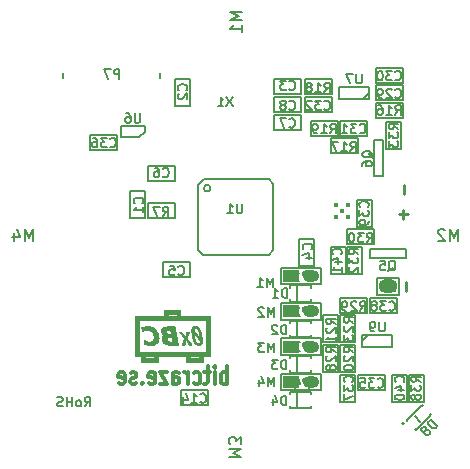
<source format=gbo>
%TF.GenerationSoftware,KiCad,Pcbnew,6.0.2-378541a8eb~116~ubuntu20.04.1*%
%TF.CreationDate,2022-03-13T20:33:59-06:00*%
%TF.ProjectId,Crazyflie contol board,4372617a-7966-46c6-9965-20636f6e746f,F*%
%TF.SameCoordinates,Original*%
%TF.FileFunction,Legend,Bot*%
%TF.FilePolarity,Positive*%
%FSLAX46Y46*%
G04 Gerber Fmt 4.6, Leading zero omitted, Abs format (unit mm)*
G04 Created by KiCad (PCBNEW 6.0.2-378541a8eb~116~ubuntu20.04.1) date 2022-03-13 20:33:59*
%MOMM*%
%LPD*%
G01*
G04 APERTURE LIST*
%ADD10C,0.200025*%
%ADD11C,0.200660*%
%ADD12C,0.299720*%
%ADD13C,0.248920*%
%ADD14C,0.250190*%
%ADD15C,0.127000*%
%ADD16C,0.002540*%
%ADD17C,0.381000*%
%ADD18R,1.399540X1.000760*%
%ADD19O,1.399540X1.000760*%
%ADD20O,1.600200X1.198880*%
G04 APERTURE END LIST*
D10*
X127213360Y-115566190D02*
X127480060Y-115185190D01*
X127670560Y-115566190D02*
X127670560Y-114766090D01*
X127365760Y-114766090D01*
X127289560Y-114804190D01*
X127251460Y-114842290D01*
X127213360Y-114918490D01*
X127213360Y-115032790D01*
X127251460Y-115108990D01*
X127289560Y-115147090D01*
X127365760Y-115185190D01*
X127670560Y-115185190D01*
X126756160Y-115566190D02*
X126832360Y-115528090D01*
X126870460Y-115489990D01*
X126908560Y-115413790D01*
X126908560Y-115185190D01*
X126870460Y-115108990D01*
X126832360Y-115070890D01*
X126756160Y-115032790D01*
X126641860Y-115032790D01*
X126565660Y-115070890D01*
X126527560Y-115108990D01*
X126489460Y-115185190D01*
X126489460Y-115413790D01*
X126527560Y-115489990D01*
X126565660Y-115528090D01*
X126641860Y-115566190D01*
X126756160Y-115566190D01*
X126146560Y-115566190D02*
X126146560Y-114766090D01*
X126146560Y-115147090D02*
X125689360Y-115147090D01*
X125689360Y-115566190D02*
X125689360Y-114766090D01*
X125346460Y-115528090D02*
X125232160Y-115566190D01*
X125041660Y-115566190D01*
X124965460Y-115528090D01*
X124927360Y-115489990D01*
X124889260Y-115413790D01*
X124889260Y-115337590D01*
X124927360Y-115261390D01*
X124965460Y-115223290D01*
X125041660Y-115185190D01*
X125194060Y-115147090D01*
X125270260Y-115108990D01*
X125308360Y-115070890D01*
X125346460Y-114994690D01*
X125346460Y-114918490D01*
X125308360Y-114842290D01*
X125270260Y-114804190D01*
X125194060Y-114766090D01*
X125003560Y-114766090D01*
X124889260Y-114804190D01*
D11*
X122808879Y-101554884D02*
X122808879Y-100554124D01*
X122475292Y-101268953D01*
X122141705Y-100554124D01*
X122141705Y-101554884D01*
X121236256Y-100887711D02*
X121236256Y-101554884D01*
X121474532Y-100506469D02*
X121712808Y-101221298D01*
X121093290Y-101221298D01*
D12*
X139294446Y-113681147D02*
X139294446Y-112180007D01*
X139294446Y-112751870D02*
X139180267Y-112680387D01*
X138951909Y-112680387D01*
X138837730Y-112751870D01*
X138780640Y-112823352D01*
X138723551Y-112966318D01*
X138723551Y-113395215D01*
X138780640Y-113538181D01*
X138837730Y-113609664D01*
X138951909Y-113681147D01*
X139180267Y-113681147D01*
X139294446Y-113609664D01*
X138209745Y-113681147D02*
X138209745Y-112680387D01*
X138209745Y-112180007D02*
X138266835Y-112251490D01*
X138209745Y-112322972D01*
X138152656Y-112251490D01*
X138209745Y-112180007D01*
X138209745Y-112322972D01*
X137810119Y-112680387D02*
X137353402Y-112680387D01*
X137638850Y-112180007D02*
X137638850Y-113466698D01*
X137581760Y-113609664D01*
X137467581Y-113681147D01*
X137353402Y-113681147D01*
X136439970Y-113609664D02*
X136554149Y-113681147D01*
X136782507Y-113681147D01*
X136896686Y-113609664D01*
X136953776Y-113538181D01*
X137010865Y-113395215D01*
X137010865Y-112966318D01*
X136953776Y-112823352D01*
X136896686Y-112751870D01*
X136782507Y-112680387D01*
X136554149Y-112680387D01*
X136439970Y-112751870D01*
X135926164Y-113681147D02*
X135926164Y-112680387D01*
X135926164Y-112966318D02*
X135869075Y-112823352D01*
X135811985Y-112751870D01*
X135697806Y-112680387D01*
X135583627Y-112680387D01*
X134670195Y-113681147D02*
X134670195Y-112894835D01*
X134727284Y-112751870D01*
X134841463Y-112680387D01*
X135069821Y-112680387D01*
X135184000Y-112751870D01*
X134670195Y-113609664D02*
X134784374Y-113681147D01*
X135069821Y-113681147D01*
X135184000Y-113609664D01*
X135241090Y-113466698D01*
X135241090Y-113323732D01*
X135184000Y-113180767D01*
X135069821Y-113109284D01*
X134784374Y-113109284D01*
X134670195Y-113037801D01*
X134213479Y-112680387D02*
X133585494Y-112680387D01*
X134213479Y-113681147D01*
X133585494Y-113681147D01*
X132672061Y-113609664D02*
X132786240Y-113681147D01*
X133014599Y-113681147D01*
X133128778Y-113609664D01*
X133185867Y-113466698D01*
X133185867Y-112894835D01*
X133128778Y-112751870D01*
X133014599Y-112680387D01*
X132786240Y-112680387D01*
X132672061Y-112751870D01*
X132614972Y-112894835D01*
X132614972Y-113037801D01*
X133185867Y-113180767D01*
X132101166Y-113538181D02*
X132044077Y-113609664D01*
X132101166Y-113681147D01*
X132158256Y-113609664D01*
X132101166Y-113538181D01*
X132101166Y-113681147D01*
X131587360Y-113609664D02*
X131473181Y-113681147D01*
X131244823Y-113681147D01*
X131130644Y-113609664D01*
X131073555Y-113466698D01*
X131073555Y-113395215D01*
X131130644Y-113252250D01*
X131244823Y-113180767D01*
X131416092Y-113180767D01*
X131530271Y-113109284D01*
X131587360Y-112966318D01*
X131587360Y-112894835D01*
X131530271Y-112751870D01*
X131416092Y-112680387D01*
X131244823Y-112680387D01*
X131130644Y-112751870D01*
X130103033Y-113609664D02*
X130217212Y-113681147D01*
X130445570Y-113681147D01*
X130559749Y-113609664D01*
X130616839Y-113466698D01*
X130616839Y-112894835D01*
X130559749Y-112751870D01*
X130445570Y-112680387D01*
X130217212Y-112680387D01*
X130103033Y-112751870D01*
X130045943Y-112894835D01*
X130045943Y-113037801D01*
X130616839Y-113180767D01*
D13*
X154460302Y-105793781D02*
X154460302Y-105031298D01*
D10*
X143146780Y-105464610D02*
X143146780Y-104664510D01*
X142880080Y-105236010D01*
X142613380Y-104664510D01*
X142613380Y-105464610D01*
X141813280Y-105464610D02*
X142270480Y-105464610D01*
X142041880Y-105464610D02*
X142041880Y-104664510D01*
X142118080Y-104778810D01*
X142194280Y-104855010D01*
X142270480Y-104893110D01*
D11*
X140551504Y-82191980D02*
X139550744Y-82191980D01*
X140265573Y-82525567D01*
X139550744Y-82859154D01*
X140551504Y-82859154D01*
X140551504Y-83859914D02*
X140551504Y-83288051D01*
X140551504Y-83573982D02*
X139550744Y-83573982D01*
X139693710Y-83478672D01*
X139789020Y-83383361D01*
X139836676Y-83288051D01*
X158810839Y-101554884D02*
X158810839Y-100554124D01*
X158477252Y-101268953D01*
X158143665Y-100554124D01*
X158143665Y-101554884D01*
X157714768Y-100649435D02*
X157667113Y-100601780D01*
X157571802Y-100554124D01*
X157333526Y-100554124D01*
X157238216Y-100601780D01*
X157190560Y-100649435D01*
X157142905Y-100744745D01*
X157142905Y-100840056D01*
X157190560Y-100983021D01*
X157762423Y-101554884D01*
X157142905Y-101554884D01*
D14*
X154272342Y-97581961D02*
X154272342Y-96819478D01*
D11*
X139447935Y-119814219D02*
X140448695Y-119814219D01*
X139733866Y-119480632D01*
X140448695Y-119147045D01*
X139447935Y-119147045D01*
X140448695Y-118765803D02*
X140448695Y-118146285D01*
X140067453Y-118479872D01*
X140067453Y-118336906D01*
X140019798Y-118241596D01*
X139972142Y-118193940D01*
X139876832Y-118146285D01*
X139638556Y-118146285D01*
X139543245Y-118193940D01*
X139495590Y-118241596D01*
X139447935Y-118336906D01*
X139447935Y-118622838D01*
X139495590Y-118718148D01*
X139543245Y-118765803D01*
D10*
X143248380Y-107963970D02*
X143248380Y-107163870D01*
X142981680Y-107735370D01*
X142714980Y-107163870D01*
X142714980Y-107963970D01*
X142372080Y-107240070D02*
X142333980Y-107201970D01*
X142257780Y-107163870D01*
X142067280Y-107163870D01*
X141991080Y-107201970D01*
X141952980Y-107240070D01*
X141914880Y-107316270D01*
X141914880Y-107392470D01*
X141952980Y-107506770D01*
X142410180Y-107963970D01*
X141914880Y-107963970D01*
X143248380Y-113864390D02*
X143248380Y-113064290D01*
X142981680Y-113635790D01*
X142714980Y-113064290D01*
X142714980Y-113864390D01*
X141991080Y-113330990D02*
X141991080Y-113864390D01*
X142181580Y-113026190D02*
X142372080Y-113597690D01*
X141876780Y-113597690D01*
X143248380Y-110966250D02*
X143248380Y-110166150D01*
X142981680Y-110737650D01*
X142714980Y-110166150D01*
X142714980Y-110966250D01*
X142410180Y-110166150D02*
X141914880Y-110166150D01*
X142181580Y-110470950D01*
X142067280Y-110470950D01*
X141991080Y-110509050D01*
X141952980Y-110547150D01*
X141914880Y-110623350D01*
X141914880Y-110813850D01*
X141952980Y-110890050D01*
X141991080Y-110928150D01*
X142067280Y-110966250D01*
X142295880Y-110966250D01*
X142372080Y-110928150D01*
X142410180Y-110890050D01*
D14*
X153819618Y-99271182D02*
X154582101Y-99271182D01*
X154200860Y-99652424D02*
X154200860Y-98889940D01*
D10*
%TO.C,X1*%
X139745720Y-89361010D02*
X139212320Y-90161110D01*
X139212320Y-89361010D02*
X139745720Y-90161110D01*
X138488420Y-90161110D02*
X138945620Y-90161110D01*
X138717020Y-90161110D02*
X138717020Y-89361010D01*
X138793220Y-89475310D01*
X138869420Y-89551510D01*
X138945620Y-89589610D01*
%TO.C,U7*%
X150660100Y-87412830D02*
X150660100Y-88060530D01*
X150622000Y-88136730D01*
X150583900Y-88174830D01*
X150507700Y-88212930D01*
X150355300Y-88212930D01*
X150279100Y-88174830D01*
X150241000Y-88136730D01*
X150202900Y-88060530D01*
X150202900Y-87412830D01*
X149898100Y-87412830D02*
X149364700Y-87412830D01*
X149707600Y-88212930D01*
%TO.C,U9*%
X152610820Y-108411010D02*
X152610820Y-109058710D01*
X152572720Y-109134910D01*
X152534620Y-109173010D01*
X152458420Y-109211110D01*
X152306020Y-109211110D01*
X152229820Y-109173010D01*
X152191720Y-109134910D01*
X152153620Y-109058710D01*
X152153620Y-108411010D01*
X151734520Y-109211110D02*
X151582120Y-109211110D01*
X151505920Y-109173010D01*
X151467820Y-109134910D01*
X151391620Y-109020610D01*
X151353520Y-108868210D01*
X151353520Y-108563410D01*
X151391620Y-108487210D01*
X151429720Y-108449110D01*
X151505920Y-108411010D01*
X151658320Y-108411010D01*
X151734520Y-108449110D01*
X151772620Y-108487210D01*
X151810720Y-108563410D01*
X151810720Y-108753910D01*
X151772620Y-108830110D01*
X151734520Y-108868210D01*
X151658320Y-108906310D01*
X151505920Y-108906310D01*
X151429720Y-108868210D01*
X151391620Y-108830110D01*
X151353520Y-108753910D01*
%TO.C,D1*%
X144339310Y-106361230D02*
X144339310Y-105561130D01*
X144148810Y-105561130D01*
X144034510Y-105599230D01*
X143958310Y-105675430D01*
X143920210Y-105751630D01*
X143882110Y-105904030D01*
X143882110Y-106018330D01*
X143920210Y-106170730D01*
X143958310Y-106246930D01*
X144034510Y-106323130D01*
X144148810Y-106361230D01*
X144339310Y-106361230D01*
X143120110Y-106361230D02*
X143577310Y-106361230D01*
X143348710Y-106361230D02*
X143348710Y-105561130D01*
X143424910Y-105675430D01*
X143501110Y-105751630D01*
X143577310Y-105789730D01*
%TO.C,D2*%
X144291050Y-109462570D02*
X144291050Y-108662470D01*
X144100550Y-108662470D01*
X143986250Y-108700570D01*
X143910050Y-108776770D01*
X143871950Y-108852970D01*
X143833850Y-109005370D01*
X143833850Y-109119670D01*
X143871950Y-109272070D01*
X143910050Y-109348270D01*
X143986250Y-109424470D01*
X144100550Y-109462570D01*
X144291050Y-109462570D01*
X143529050Y-108738670D02*
X143490950Y-108700570D01*
X143414750Y-108662470D01*
X143224250Y-108662470D01*
X143148050Y-108700570D01*
X143109950Y-108738670D01*
X143071850Y-108814870D01*
X143071850Y-108891070D01*
X143109950Y-109005370D01*
X143567150Y-109462570D01*
X143071850Y-109462570D01*
%TO.C,D3*%
X144291050Y-112411510D02*
X144291050Y-111611410D01*
X144100550Y-111611410D01*
X143986250Y-111649510D01*
X143910050Y-111725710D01*
X143871950Y-111801910D01*
X143833850Y-111954310D01*
X143833850Y-112068610D01*
X143871950Y-112221010D01*
X143910050Y-112297210D01*
X143986250Y-112373410D01*
X144100550Y-112411510D01*
X144291050Y-112411510D01*
X143567150Y-111611410D02*
X143071850Y-111611410D01*
X143338550Y-111916210D01*
X143224250Y-111916210D01*
X143148050Y-111954310D01*
X143109950Y-111992410D01*
X143071850Y-112068610D01*
X143071850Y-112259110D01*
X143109950Y-112335310D01*
X143148050Y-112373410D01*
X143224250Y-112411510D01*
X143452850Y-112411510D01*
X143529050Y-112373410D01*
X143567150Y-112335310D01*
%TO.C,D4*%
X144291050Y-115462050D02*
X144291050Y-114661950D01*
X144100550Y-114661950D01*
X143986250Y-114700050D01*
X143910050Y-114776250D01*
X143871950Y-114852450D01*
X143833850Y-115004850D01*
X143833850Y-115119150D01*
X143871950Y-115271550D01*
X143910050Y-115347750D01*
X143986250Y-115423950D01*
X144100550Y-115462050D01*
X144291050Y-115462050D01*
X143148050Y-114928650D02*
X143148050Y-115462050D01*
X143338550Y-114623850D02*
X143529050Y-115195350D01*
X143033750Y-115195350D01*
%TO.C,C29*%
X153513790Y-89388950D02*
X153551890Y-89427050D01*
X153666190Y-89465150D01*
X153742390Y-89465150D01*
X153856690Y-89427050D01*
X153932890Y-89350850D01*
X153970990Y-89274650D01*
X154009090Y-89122250D01*
X154009090Y-89007950D01*
X153970990Y-88855550D01*
X153932890Y-88779350D01*
X153856690Y-88703150D01*
X153742390Y-88665050D01*
X153666190Y-88665050D01*
X153551890Y-88703150D01*
X153513790Y-88741250D01*
X153208990Y-88741250D02*
X153170890Y-88703150D01*
X153094690Y-88665050D01*
X152904190Y-88665050D01*
X152827990Y-88703150D01*
X152789890Y-88741250D01*
X152751790Y-88817450D01*
X152751790Y-88893650D01*
X152789890Y-89007950D01*
X153247090Y-89465150D01*
X152751790Y-89465150D01*
X152370790Y-89465150D02*
X152218390Y-89465150D01*
X152142190Y-89427050D01*
X152104090Y-89388950D01*
X152027890Y-89274650D01*
X151989790Y-89122250D01*
X151989790Y-88817450D01*
X152027890Y-88741250D01*
X152065990Y-88703150D01*
X152142190Y-88665050D01*
X152294590Y-88665050D01*
X152370790Y-88703150D01*
X152408890Y-88741250D01*
X152446990Y-88817450D01*
X152446990Y-89007950D01*
X152408890Y-89084150D01*
X152370790Y-89122250D01*
X152294590Y-89160350D01*
X152142190Y-89160350D01*
X152065990Y-89122250D01*
X152027890Y-89084150D01*
X151989790Y-89007950D01*
%TO.C,C30*%
X153513790Y-87887810D02*
X153551890Y-87925910D01*
X153666190Y-87964010D01*
X153742390Y-87964010D01*
X153856690Y-87925910D01*
X153932890Y-87849710D01*
X153970990Y-87773510D01*
X154009090Y-87621110D01*
X154009090Y-87506810D01*
X153970990Y-87354410D01*
X153932890Y-87278210D01*
X153856690Y-87202010D01*
X153742390Y-87163910D01*
X153666190Y-87163910D01*
X153551890Y-87202010D01*
X153513790Y-87240110D01*
X153247090Y-87163910D02*
X152751790Y-87163910D01*
X153018490Y-87468710D01*
X152904190Y-87468710D01*
X152827990Y-87506810D01*
X152789890Y-87544910D01*
X152751790Y-87621110D01*
X152751790Y-87811610D01*
X152789890Y-87887810D01*
X152827990Y-87925910D01*
X152904190Y-87964010D01*
X153132790Y-87964010D01*
X153208990Y-87925910D01*
X153247090Y-87887810D01*
X152256490Y-87163910D02*
X152180290Y-87163910D01*
X152104090Y-87202010D01*
X152065990Y-87240110D01*
X152027890Y-87316310D01*
X151989790Y-87468710D01*
X151989790Y-87659210D01*
X152027890Y-87811610D01*
X152065990Y-87887810D01*
X152104090Y-87925910D01*
X152180290Y-87964010D01*
X152256490Y-87964010D01*
X152332690Y-87925910D01*
X152370790Y-87887810D01*
X152408890Y-87811610D01*
X152446990Y-87659210D01*
X152446990Y-87468710D01*
X152408890Y-87316310D01*
X152370790Y-87240110D01*
X152332690Y-87202010D01*
X152256490Y-87163910D01*
%TO.C,C31*%
X150493730Y-92378530D02*
X150531830Y-92416630D01*
X150646130Y-92454730D01*
X150722330Y-92454730D01*
X150836630Y-92416630D01*
X150912830Y-92340430D01*
X150950930Y-92264230D01*
X150989030Y-92111830D01*
X150989030Y-91997530D01*
X150950930Y-91845130D01*
X150912830Y-91768930D01*
X150836630Y-91692730D01*
X150722330Y-91654630D01*
X150646130Y-91654630D01*
X150531830Y-91692730D01*
X150493730Y-91730830D01*
X150227030Y-91654630D02*
X149731730Y-91654630D01*
X149998430Y-91959430D01*
X149884130Y-91959430D01*
X149807930Y-91997530D01*
X149769830Y-92035630D01*
X149731730Y-92111830D01*
X149731730Y-92302330D01*
X149769830Y-92378530D01*
X149807930Y-92416630D01*
X149884130Y-92454730D01*
X150112730Y-92454730D01*
X150188930Y-92416630D01*
X150227030Y-92378530D01*
X148969730Y-92454730D02*
X149426930Y-92454730D01*
X149198330Y-92454730D02*
X149198330Y-91654630D01*
X149274530Y-91768930D01*
X149350730Y-91845130D01*
X149426930Y-91883230D01*
%TO.C,C32*%
X147514310Y-90389710D02*
X147552410Y-90427810D01*
X147666710Y-90465910D01*
X147742910Y-90465910D01*
X147857210Y-90427810D01*
X147933410Y-90351610D01*
X147971510Y-90275410D01*
X148009610Y-90123010D01*
X148009610Y-90008710D01*
X147971510Y-89856310D01*
X147933410Y-89780110D01*
X147857210Y-89703910D01*
X147742910Y-89665810D01*
X147666710Y-89665810D01*
X147552410Y-89703910D01*
X147514310Y-89742010D01*
X147247610Y-89665810D02*
X146752310Y-89665810D01*
X147019010Y-89970610D01*
X146904710Y-89970610D01*
X146828510Y-90008710D01*
X146790410Y-90046810D01*
X146752310Y-90123010D01*
X146752310Y-90313510D01*
X146790410Y-90389710D01*
X146828510Y-90427810D01*
X146904710Y-90465910D01*
X147133310Y-90465910D01*
X147209510Y-90427810D01*
X147247610Y-90389710D01*
X146447510Y-89742010D02*
X146409410Y-89703910D01*
X146333210Y-89665810D01*
X146142710Y-89665810D01*
X146066510Y-89703910D01*
X146028410Y-89742010D01*
X145990310Y-89818210D01*
X145990310Y-89894410D01*
X146028410Y-90008710D01*
X146485610Y-90465910D01*
X145990310Y-90465910D01*
%TO.C,C35*%
X152015190Y-113889790D02*
X152053290Y-113927890D01*
X152167590Y-113965990D01*
X152243790Y-113965990D01*
X152358090Y-113927890D01*
X152434290Y-113851690D01*
X152472390Y-113775490D01*
X152510490Y-113623090D01*
X152510490Y-113508790D01*
X152472390Y-113356390D01*
X152434290Y-113280190D01*
X152358090Y-113203990D01*
X152243790Y-113165890D01*
X152167590Y-113165890D01*
X152053290Y-113203990D01*
X152015190Y-113242090D01*
X151748490Y-113165890D02*
X151253190Y-113165890D01*
X151519890Y-113470690D01*
X151405590Y-113470690D01*
X151329390Y-113508790D01*
X151291290Y-113546890D01*
X151253190Y-113623090D01*
X151253190Y-113813590D01*
X151291290Y-113889790D01*
X151329390Y-113927890D01*
X151405590Y-113965990D01*
X151634190Y-113965990D01*
X151710390Y-113927890D01*
X151748490Y-113889790D01*
X150529290Y-113165890D02*
X150910290Y-113165890D01*
X150948390Y-113546890D01*
X150910290Y-113508790D01*
X150834090Y-113470690D01*
X150643590Y-113470690D01*
X150567390Y-113508790D01*
X150529290Y-113546890D01*
X150491190Y-113623090D01*
X150491190Y-113813590D01*
X150529290Y-113889790D01*
X150567390Y-113927890D01*
X150643590Y-113965990D01*
X150834090Y-113965990D01*
X150910290Y-113927890D01*
X150948390Y-113889790D01*
%TO.C,C36*%
X129363470Y-93559630D02*
X129401570Y-93597730D01*
X129515870Y-93635830D01*
X129592070Y-93635830D01*
X129706370Y-93597730D01*
X129782570Y-93521530D01*
X129820670Y-93445330D01*
X129858770Y-93292930D01*
X129858770Y-93178630D01*
X129820670Y-93026230D01*
X129782570Y-92950030D01*
X129706370Y-92873830D01*
X129592070Y-92835730D01*
X129515870Y-92835730D01*
X129401570Y-92873830D01*
X129363470Y-92911930D01*
X129096770Y-92835730D02*
X128601470Y-92835730D01*
X128868170Y-93140530D01*
X128753870Y-93140530D01*
X128677670Y-93178630D01*
X128639570Y-93216730D01*
X128601470Y-93292930D01*
X128601470Y-93483430D01*
X128639570Y-93559630D01*
X128677670Y-93597730D01*
X128753870Y-93635830D01*
X128982470Y-93635830D01*
X129058670Y-93597730D01*
X129096770Y-93559630D01*
X127915670Y-92835730D02*
X128068070Y-92835730D01*
X128144270Y-92873830D01*
X128182370Y-92911930D01*
X128258570Y-93026230D01*
X128296670Y-93178630D01*
X128296670Y-93483430D01*
X128258570Y-93559630D01*
X128220470Y-93597730D01*
X128144270Y-93635830D01*
X127991870Y-93635830D01*
X127915670Y-93597730D01*
X127877570Y-93559630D01*
X127839470Y-93483430D01*
X127839470Y-93292930D01*
X127877570Y-93216730D01*
X127915670Y-93178630D01*
X127991870Y-93140530D01*
X128144270Y-93140530D01*
X128220470Y-93178630D01*
X128258570Y-93216730D01*
X128296670Y-93292930D01*
%TO.C,C37*%
X149886670Y-113488470D02*
X149924770Y-113450370D01*
X149962870Y-113336070D01*
X149962870Y-113259870D01*
X149924770Y-113145570D01*
X149848570Y-113069370D01*
X149772370Y-113031270D01*
X149619970Y-112993170D01*
X149505670Y-112993170D01*
X149353270Y-113031270D01*
X149277070Y-113069370D01*
X149200870Y-113145570D01*
X149162770Y-113259870D01*
X149162770Y-113336070D01*
X149200870Y-113450370D01*
X149238970Y-113488470D01*
X149162770Y-113755170D02*
X149162770Y-114250470D01*
X149467570Y-113983770D01*
X149467570Y-114098070D01*
X149505670Y-114174270D01*
X149543770Y-114212370D01*
X149619970Y-114250470D01*
X149810470Y-114250470D01*
X149886670Y-114212370D01*
X149924770Y-114174270D01*
X149962870Y-114098070D01*
X149962870Y-113869470D01*
X149924770Y-113793270D01*
X149886670Y-113755170D01*
X149162770Y-114517170D02*
X149162770Y-115050570D01*
X149962870Y-114707670D01*
%TO.C,C38*%
X153013410Y-107389930D02*
X153051510Y-107428030D01*
X153165810Y-107466130D01*
X153242010Y-107466130D01*
X153356310Y-107428030D01*
X153432510Y-107351830D01*
X153470610Y-107275630D01*
X153508710Y-107123230D01*
X153508710Y-107008930D01*
X153470610Y-106856530D01*
X153432510Y-106780330D01*
X153356310Y-106704130D01*
X153242010Y-106666030D01*
X153165810Y-106666030D01*
X153051510Y-106704130D01*
X153013410Y-106742230D01*
X152746710Y-106666030D02*
X152251410Y-106666030D01*
X152518110Y-106970830D01*
X152403810Y-106970830D01*
X152327610Y-107008930D01*
X152289510Y-107047030D01*
X152251410Y-107123230D01*
X152251410Y-107313730D01*
X152289510Y-107389930D01*
X152327610Y-107428030D01*
X152403810Y-107466130D01*
X152632410Y-107466130D01*
X152708610Y-107428030D01*
X152746710Y-107389930D01*
X151794210Y-107008930D02*
X151870410Y-106970830D01*
X151908510Y-106932730D01*
X151946610Y-106856530D01*
X151946610Y-106818430D01*
X151908510Y-106742230D01*
X151870410Y-106704130D01*
X151794210Y-106666030D01*
X151641810Y-106666030D01*
X151565610Y-106704130D01*
X151527510Y-106742230D01*
X151489410Y-106818430D01*
X151489410Y-106856530D01*
X151527510Y-106932730D01*
X151565610Y-106970830D01*
X151641810Y-107008930D01*
X151794210Y-107008930D01*
X151870410Y-107047030D01*
X151908510Y-107085130D01*
X151946610Y-107161330D01*
X151946610Y-107313730D01*
X151908510Y-107389930D01*
X151870410Y-107428030D01*
X151794210Y-107466130D01*
X151641810Y-107466130D01*
X151565610Y-107428030D01*
X151527510Y-107389930D01*
X151489410Y-107313730D01*
X151489410Y-107161330D01*
X151527510Y-107085130D01*
X151565610Y-107047030D01*
X151641810Y-107008930D01*
%TO.C,C39*%
X151184610Y-98685350D02*
X151222710Y-98647250D01*
X151260810Y-98532950D01*
X151260810Y-98456750D01*
X151222710Y-98342450D01*
X151146510Y-98266250D01*
X151070310Y-98228150D01*
X150917910Y-98190050D01*
X150803610Y-98190050D01*
X150651210Y-98228150D01*
X150575010Y-98266250D01*
X150498810Y-98342450D01*
X150460710Y-98456750D01*
X150460710Y-98532950D01*
X150498810Y-98647250D01*
X150536910Y-98685350D01*
X150460710Y-98952050D02*
X150460710Y-99447350D01*
X150765510Y-99180650D01*
X150765510Y-99294950D01*
X150803610Y-99371150D01*
X150841710Y-99409250D01*
X150917910Y-99447350D01*
X151108410Y-99447350D01*
X151184610Y-99409250D01*
X151222710Y-99371150D01*
X151260810Y-99294950D01*
X151260810Y-99066350D01*
X151222710Y-98990150D01*
X151184610Y-98952050D01*
X151260810Y-99828350D02*
X151260810Y-99980750D01*
X151222710Y-100056950D01*
X151184610Y-100095050D01*
X151070310Y-100171250D01*
X150917910Y-100209350D01*
X150613110Y-100209350D01*
X150536910Y-100171250D01*
X150498810Y-100133150D01*
X150460710Y-100056950D01*
X150460710Y-99904550D01*
X150498810Y-99828350D01*
X150536910Y-99790250D01*
X150613110Y-99752150D01*
X150803610Y-99752150D01*
X150879810Y-99790250D01*
X150917910Y-99828350D01*
X150956010Y-99904550D01*
X150956010Y-100056950D01*
X150917910Y-100133150D01*
X150879810Y-100171250D01*
X150803610Y-100209350D01*
%TO.C,C40*%
X154214830Y-113488470D02*
X154252930Y-113450370D01*
X154291030Y-113336070D01*
X154291030Y-113259870D01*
X154252930Y-113145570D01*
X154176730Y-113069370D01*
X154100530Y-113031270D01*
X153948130Y-112993170D01*
X153833830Y-112993170D01*
X153681430Y-113031270D01*
X153605230Y-113069370D01*
X153529030Y-113145570D01*
X153490930Y-113259870D01*
X153490930Y-113336070D01*
X153529030Y-113450370D01*
X153567130Y-113488470D01*
X153757630Y-114174270D02*
X154291030Y-114174270D01*
X153452830Y-113983770D02*
X154024330Y-113793270D01*
X154024330Y-114288570D01*
X153490930Y-114745770D02*
X153490930Y-114821970D01*
X153529030Y-114898170D01*
X153567130Y-114936270D01*
X153643330Y-114974370D01*
X153795730Y-115012470D01*
X153986230Y-115012470D01*
X154138630Y-114974370D01*
X154214830Y-114936270D01*
X154252930Y-114898170D01*
X154291030Y-114821970D01*
X154291030Y-114745770D01*
X154252930Y-114669570D01*
X154214830Y-114631470D01*
X154138630Y-114593370D01*
X153986230Y-114555270D01*
X153795730Y-114555270D01*
X153643330Y-114593370D01*
X153567130Y-114631470D01*
X153529030Y-114669570D01*
X153490930Y-114745770D01*
%TO.C,C41*%
X148890990Y-102688390D02*
X148929090Y-102650290D01*
X148967190Y-102535990D01*
X148967190Y-102459790D01*
X148929090Y-102345490D01*
X148852890Y-102269290D01*
X148776690Y-102231190D01*
X148624290Y-102193090D01*
X148509990Y-102193090D01*
X148357590Y-102231190D01*
X148281390Y-102269290D01*
X148205190Y-102345490D01*
X148167090Y-102459790D01*
X148167090Y-102535990D01*
X148205190Y-102650290D01*
X148243290Y-102688390D01*
X148433790Y-103374190D02*
X148967190Y-103374190D01*
X148128990Y-103183690D02*
X148700490Y-102993190D01*
X148700490Y-103488490D01*
X148967190Y-104212390D02*
X148967190Y-103755190D01*
X148967190Y-103983790D02*
X148167090Y-103983790D01*
X148281390Y-103907590D01*
X148357590Y-103831390D01*
X148395690Y-103755190D01*
%TO.C,C1*%
X132083810Y-98370390D02*
X132121910Y-98332290D01*
X132160010Y-98217990D01*
X132160010Y-98141790D01*
X132121910Y-98027490D01*
X132045710Y-97951290D01*
X131969510Y-97913190D01*
X131817110Y-97875090D01*
X131702810Y-97875090D01*
X131550410Y-97913190D01*
X131474210Y-97951290D01*
X131398010Y-98027490D01*
X131359910Y-98141790D01*
X131359910Y-98217990D01*
X131398010Y-98332290D01*
X131436110Y-98370390D01*
X132160010Y-99132390D02*
X132160010Y-98675190D01*
X132160010Y-98903790D02*
X131359910Y-98903790D01*
X131474210Y-98827590D01*
X131550410Y-98751390D01*
X131588510Y-98675190D01*
%TO.C,C2*%
X135825230Y-88769190D02*
X135863330Y-88731090D01*
X135901430Y-88616790D01*
X135901430Y-88540590D01*
X135863330Y-88426290D01*
X135787130Y-88350090D01*
X135710930Y-88311990D01*
X135558530Y-88273890D01*
X135444230Y-88273890D01*
X135291830Y-88311990D01*
X135215630Y-88350090D01*
X135139430Y-88426290D01*
X135101330Y-88540590D01*
X135101330Y-88616790D01*
X135139430Y-88731090D01*
X135177530Y-88769190D01*
X135177530Y-89073990D02*
X135139430Y-89112090D01*
X135101330Y-89188290D01*
X135101330Y-89378790D01*
X135139430Y-89454990D01*
X135177530Y-89493090D01*
X135253730Y-89531190D01*
X135329930Y-89531190D01*
X135444230Y-89493090D01*
X135901430Y-89035890D01*
X135901430Y-89531190D01*
%TO.C,C3*%
X144534890Y-88695530D02*
X144572990Y-88733630D01*
X144687290Y-88771730D01*
X144763490Y-88771730D01*
X144877790Y-88733630D01*
X144953990Y-88657430D01*
X144992090Y-88581230D01*
X145030190Y-88428830D01*
X145030190Y-88314530D01*
X144992090Y-88162130D01*
X144953990Y-88085930D01*
X144877790Y-88009730D01*
X144763490Y-87971630D01*
X144687290Y-87971630D01*
X144572990Y-88009730D01*
X144534890Y-88047830D01*
X144268190Y-87971630D02*
X143772890Y-87971630D01*
X144039590Y-88276430D01*
X143925290Y-88276430D01*
X143849090Y-88314530D01*
X143810990Y-88352630D01*
X143772890Y-88428830D01*
X143772890Y-88619330D01*
X143810990Y-88695530D01*
X143849090Y-88733630D01*
X143925290Y-88771730D01*
X144153890Y-88771730D01*
X144230090Y-88733630D01*
X144268190Y-88695530D01*
%TO.C,C4*%
X146386550Y-102269290D02*
X146424650Y-102231190D01*
X146462750Y-102116890D01*
X146462750Y-102040690D01*
X146424650Y-101926390D01*
X146348450Y-101850190D01*
X146272250Y-101812090D01*
X146119850Y-101773990D01*
X146005550Y-101773990D01*
X145853150Y-101812090D01*
X145776950Y-101850190D01*
X145700750Y-101926390D01*
X145662650Y-102040690D01*
X145662650Y-102116890D01*
X145700750Y-102231190D01*
X145738850Y-102269290D01*
X145929350Y-102955090D02*
X146462750Y-102955090D01*
X145624550Y-102764590D02*
X146196050Y-102574090D01*
X146196050Y-103069390D01*
%TO.C,C5*%
X135131810Y-104387650D02*
X135169910Y-104425750D01*
X135284210Y-104463850D01*
X135360410Y-104463850D01*
X135474710Y-104425750D01*
X135550910Y-104349550D01*
X135589010Y-104273350D01*
X135627110Y-104120950D01*
X135627110Y-104006650D01*
X135589010Y-103854250D01*
X135550910Y-103778050D01*
X135474710Y-103701850D01*
X135360410Y-103663750D01*
X135284210Y-103663750D01*
X135169910Y-103701850D01*
X135131810Y-103739950D01*
X134407910Y-103663750D02*
X134788910Y-103663750D01*
X134827010Y-104044750D01*
X134788910Y-104006650D01*
X134712710Y-103968550D01*
X134522210Y-103968550D01*
X134446010Y-104006650D01*
X134407910Y-104044750D01*
X134369810Y-104120950D01*
X134369810Y-104311450D01*
X134407910Y-104387650D01*
X134446010Y-104425750D01*
X134522210Y-104463850D01*
X134712710Y-104463850D01*
X134788910Y-104425750D01*
X134827010Y-104387650D01*
%TO.C,C6*%
X133833870Y-96089470D02*
X133871970Y-96127570D01*
X133986270Y-96165670D01*
X134062470Y-96165670D01*
X134176770Y-96127570D01*
X134252970Y-96051370D01*
X134291070Y-95975170D01*
X134329170Y-95822770D01*
X134329170Y-95708470D01*
X134291070Y-95556070D01*
X134252970Y-95479870D01*
X134176770Y-95403670D01*
X134062470Y-95365570D01*
X133986270Y-95365570D01*
X133871970Y-95403670D01*
X133833870Y-95441770D01*
X133148070Y-95365570D02*
X133300470Y-95365570D01*
X133376670Y-95403670D01*
X133414770Y-95441770D01*
X133490970Y-95556070D01*
X133529070Y-95708470D01*
X133529070Y-96013270D01*
X133490970Y-96089470D01*
X133452870Y-96127570D01*
X133376670Y-96165670D01*
X133224270Y-96165670D01*
X133148070Y-96127570D01*
X133109970Y-96089470D01*
X133071870Y-96013270D01*
X133071870Y-95822770D01*
X133109970Y-95746570D01*
X133148070Y-95708470D01*
X133224270Y-95670370D01*
X133376670Y-95670370D01*
X133452870Y-95708470D01*
X133490970Y-95746570D01*
X133529070Y-95822770D01*
%TO.C,C7*%
X144532350Y-91890850D02*
X144570450Y-91928950D01*
X144684750Y-91967050D01*
X144760950Y-91967050D01*
X144875250Y-91928950D01*
X144951450Y-91852750D01*
X144989550Y-91776550D01*
X145027650Y-91624150D01*
X145027650Y-91509850D01*
X144989550Y-91357450D01*
X144951450Y-91281250D01*
X144875250Y-91205050D01*
X144760950Y-91166950D01*
X144684750Y-91166950D01*
X144570450Y-91205050D01*
X144532350Y-91243150D01*
X144265650Y-91166950D02*
X143732250Y-91166950D01*
X144075150Y-91967050D01*
%TO.C,C8*%
X144532350Y-90392250D02*
X144570450Y-90430350D01*
X144684750Y-90468450D01*
X144760950Y-90468450D01*
X144875250Y-90430350D01*
X144951450Y-90354150D01*
X144989550Y-90277950D01*
X145027650Y-90125550D01*
X145027650Y-90011250D01*
X144989550Y-89858850D01*
X144951450Y-89782650D01*
X144875250Y-89706450D01*
X144760950Y-89668350D01*
X144684750Y-89668350D01*
X144570450Y-89706450D01*
X144532350Y-89744550D01*
X144075150Y-90011250D02*
X144151350Y-89973150D01*
X144189450Y-89935050D01*
X144227550Y-89858850D01*
X144227550Y-89820750D01*
X144189450Y-89744550D01*
X144151350Y-89706450D01*
X144075150Y-89668350D01*
X143922750Y-89668350D01*
X143846550Y-89706450D01*
X143808450Y-89744550D01*
X143770350Y-89820750D01*
X143770350Y-89858850D01*
X143808450Y-89935050D01*
X143846550Y-89973150D01*
X143922750Y-90011250D01*
X144075150Y-90011250D01*
X144151350Y-90049350D01*
X144189450Y-90087450D01*
X144227550Y-90163650D01*
X144227550Y-90316050D01*
X144189450Y-90392250D01*
X144151350Y-90430350D01*
X144075150Y-90468450D01*
X143922750Y-90468450D01*
X143846550Y-90430350D01*
X143808450Y-90392250D01*
X143770350Y-90316050D01*
X143770350Y-90163650D01*
X143808450Y-90087450D01*
X143846550Y-90049350D01*
X143922750Y-90011250D01*
%TO.C,C14*%
X137013950Y-115187730D02*
X137052050Y-115225830D01*
X137166350Y-115263930D01*
X137242550Y-115263930D01*
X137356850Y-115225830D01*
X137433050Y-115149630D01*
X137471150Y-115073430D01*
X137509250Y-114921030D01*
X137509250Y-114806730D01*
X137471150Y-114654330D01*
X137433050Y-114578130D01*
X137356850Y-114501930D01*
X137242550Y-114463830D01*
X137166350Y-114463830D01*
X137052050Y-114501930D01*
X137013950Y-114540030D01*
X136251950Y-115263930D02*
X136709150Y-115263930D01*
X136480550Y-115263930D02*
X136480550Y-114463830D01*
X136556750Y-114578130D01*
X136632950Y-114654330D01*
X136709150Y-114692430D01*
X135566150Y-114730530D02*
X135566150Y-115263930D01*
X135756650Y-114425730D02*
X135947150Y-114997230D01*
X135451850Y-114997230D01*
%TO.C,R19*%
X148004530Y-92454730D02*
X148271230Y-92073730D01*
X148461730Y-92454730D02*
X148461730Y-91654630D01*
X148156930Y-91654630D01*
X148080730Y-91692730D01*
X148042630Y-91730830D01*
X148004530Y-91807030D01*
X148004530Y-91921330D01*
X148042630Y-91997530D01*
X148080730Y-92035630D01*
X148156930Y-92073730D01*
X148461730Y-92073730D01*
X147242530Y-92454730D02*
X147699730Y-92454730D01*
X147471130Y-92454730D02*
X147471130Y-91654630D01*
X147547330Y-91768930D01*
X147623530Y-91845130D01*
X147699730Y-91883230D01*
X146861530Y-92454730D02*
X146709130Y-92454730D01*
X146632930Y-92416630D01*
X146594830Y-92378530D01*
X146518630Y-92264230D01*
X146480530Y-92111830D01*
X146480530Y-91807030D01*
X146518630Y-91730830D01*
X146556730Y-91692730D01*
X146632930Y-91654630D01*
X146785330Y-91654630D01*
X146861530Y-91692730D01*
X146899630Y-91730830D01*
X146937730Y-91807030D01*
X146937730Y-91997530D01*
X146899630Y-92073730D01*
X146861530Y-92111830D01*
X146785330Y-92149930D01*
X146632930Y-92149930D01*
X146556730Y-92111830D01*
X146518630Y-92073730D01*
X146480530Y-91997530D01*
%TO.C,R18*%
X147514310Y-88964770D02*
X147781010Y-88583770D01*
X147971510Y-88964770D02*
X147971510Y-88164670D01*
X147666710Y-88164670D01*
X147590510Y-88202770D01*
X147552410Y-88240870D01*
X147514310Y-88317070D01*
X147514310Y-88431370D01*
X147552410Y-88507570D01*
X147590510Y-88545670D01*
X147666710Y-88583770D01*
X147971510Y-88583770D01*
X146752310Y-88964770D02*
X147209510Y-88964770D01*
X146980910Y-88964770D02*
X146980910Y-88164670D01*
X147057110Y-88278970D01*
X147133310Y-88355170D01*
X147209510Y-88393270D01*
X146295110Y-88507570D02*
X146371310Y-88469470D01*
X146409410Y-88431370D01*
X146447510Y-88355170D01*
X146447510Y-88317070D01*
X146409410Y-88240870D01*
X146371310Y-88202770D01*
X146295110Y-88164670D01*
X146142710Y-88164670D01*
X146066510Y-88202770D01*
X146028410Y-88240870D01*
X145990310Y-88317070D01*
X145990310Y-88355170D01*
X146028410Y-88431370D01*
X146066510Y-88469470D01*
X146142710Y-88507570D01*
X146295110Y-88507570D01*
X146371310Y-88545670D01*
X146409410Y-88583770D01*
X146447510Y-88659970D01*
X146447510Y-88812370D01*
X146409410Y-88888570D01*
X146371310Y-88926670D01*
X146295110Y-88964770D01*
X146142710Y-88964770D01*
X146066510Y-88926670D01*
X146028410Y-88888570D01*
X145990310Y-88812370D01*
X145990310Y-88659970D01*
X146028410Y-88583770D01*
X146066510Y-88545670D01*
X146142710Y-88507570D01*
%TO.C,R17*%
X149713950Y-93966030D02*
X149980650Y-93585030D01*
X150171150Y-93966030D02*
X150171150Y-93165930D01*
X149866350Y-93165930D01*
X149790150Y-93204030D01*
X149752050Y-93242130D01*
X149713950Y-93318330D01*
X149713950Y-93432630D01*
X149752050Y-93508830D01*
X149790150Y-93546930D01*
X149866350Y-93585030D01*
X150171150Y-93585030D01*
X148951950Y-93966030D02*
X149409150Y-93966030D01*
X149180550Y-93966030D02*
X149180550Y-93165930D01*
X149256750Y-93280230D01*
X149332950Y-93356430D01*
X149409150Y-93394530D01*
X148685250Y-93165930D02*
X148151850Y-93165930D01*
X148494750Y-93966030D01*
%TO.C,R16*%
X153513790Y-90864690D02*
X153780490Y-90483690D01*
X153970990Y-90864690D02*
X153970990Y-90064590D01*
X153666190Y-90064590D01*
X153589990Y-90102690D01*
X153551890Y-90140790D01*
X153513790Y-90216990D01*
X153513790Y-90331290D01*
X153551890Y-90407490D01*
X153589990Y-90445590D01*
X153666190Y-90483690D01*
X153970990Y-90483690D01*
X152751790Y-90864690D02*
X153208990Y-90864690D01*
X152980390Y-90864690D02*
X152980390Y-90064590D01*
X153056590Y-90178890D01*
X153132790Y-90255090D01*
X153208990Y-90293190D01*
X152065990Y-90064590D02*
X152218390Y-90064590D01*
X152294590Y-90102690D01*
X152332690Y-90140790D01*
X152408890Y-90255090D01*
X152446990Y-90407490D01*
X152446990Y-90712290D01*
X152408890Y-90788490D01*
X152370790Y-90826590D01*
X152294590Y-90864690D01*
X152142190Y-90864690D01*
X152065990Y-90826590D01*
X152027890Y-90788490D01*
X151989790Y-90712290D01*
X151989790Y-90521790D01*
X152027890Y-90445590D01*
X152065990Y-90407490D01*
X152142190Y-90369390D01*
X152294590Y-90369390D01*
X152370790Y-90407490D01*
X152408890Y-90445590D01*
X152446990Y-90521790D01*
%TO.C,R20*%
X149962870Y-110989110D02*
X149581870Y-110722410D01*
X149962870Y-110531910D02*
X149162770Y-110531910D01*
X149162770Y-110836710D01*
X149200870Y-110912910D01*
X149238970Y-110951010D01*
X149315170Y-110989110D01*
X149429470Y-110989110D01*
X149505670Y-110951010D01*
X149543770Y-110912910D01*
X149581870Y-110836710D01*
X149581870Y-110531910D01*
X149238970Y-111293910D02*
X149200870Y-111332010D01*
X149162770Y-111408210D01*
X149162770Y-111598710D01*
X149200870Y-111674910D01*
X149238970Y-111713010D01*
X149315170Y-111751110D01*
X149391370Y-111751110D01*
X149505670Y-111713010D01*
X149962870Y-111255810D01*
X149962870Y-111751110D01*
X149162770Y-112246410D02*
X149162770Y-112322610D01*
X149200870Y-112398810D01*
X149238970Y-112436910D01*
X149315170Y-112475010D01*
X149467570Y-112513110D01*
X149658070Y-112513110D01*
X149810470Y-112475010D01*
X149886670Y-112436910D01*
X149924770Y-112398810D01*
X149962870Y-112322610D01*
X149962870Y-112246410D01*
X149924770Y-112170210D01*
X149886670Y-112132110D01*
X149810470Y-112094010D01*
X149658070Y-112055910D01*
X149467570Y-112055910D01*
X149315170Y-112094010D01*
X149238970Y-112132110D01*
X149200870Y-112170210D01*
X149162770Y-112246410D01*
%TO.C,R21*%
X148461730Y-108588810D02*
X148080730Y-108322110D01*
X148461730Y-108131610D02*
X147661630Y-108131610D01*
X147661630Y-108436410D01*
X147699730Y-108512610D01*
X147737830Y-108550710D01*
X147814030Y-108588810D01*
X147928330Y-108588810D01*
X148004530Y-108550710D01*
X148042630Y-108512610D01*
X148080730Y-108436410D01*
X148080730Y-108131610D01*
X147737830Y-108893610D02*
X147699730Y-108931710D01*
X147661630Y-109007910D01*
X147661630Y-109198410D01*
X147699730Y-109274610D01*
X147737830Y-109312710D01*
X147814030Y-109350810D01*
X147890230Y-109350810D01*
X148004530Y-109312710D01*
X148461730Y-108855510D01*
X148461730Y-109350810D01*
X148461730Y-110112810D02*
X148461730Y-109655610D01*
X148461730Y-109884210D02*
X147661630Y-109884210D01*
X147775930Y-109808010D01*
X147852130Y-109731810D01*
X147890230Y-109655610D01*
%TO.C,R23*%
X149962870Y-108489750D02*
X149581870Y-108223050D01*
X149962870Y-108032550D02*
X149162770Y-108032550D01*
X149162770Y-108337350D01*
X149200870Y-108413550D01*
X149238970Y-108451650D01*
X149315170Y-108489750D01*
X149429470Y-108489750D01*
X149505670Y-108451650D01*
X149543770Y-108413550D01*
X149581870Y-108337350D01*
X149581870Y-108032550D01*
X149238970Y-108794550D02*
X149200870Y-108832650D01*
X149162770Y-108908850D01*
X149162770Y-109099350D01*
X149200870Y-109175550D01*
X149238970Y-109213650D01*
X149315170Y-109251750D01*
X149391370Y-109251750D01*
X149505670Y-109213650D01*
X149962870Y-108756450D01*
X149962870Y-109251750D01*
X149162770Y-109518450D02*
X149162770Y-110013750D01*
X149467570Y-109747050D01*
X149467570Y-109861350D01*
X149505670Y-109937550D01*
X149543770Y-109975650D01*
X149619970Y-110013750D01*
X149810470Y-110013750D01*
X149886670Y-109975650D01*
X149924770Y-109937550D01*
X149962870Y-109861350D01*
X149962870Y-109632750D01*
X149924770Y-109556550D01*
X149886670Y-109518450D01*
%TO.C,R28*%
X148461730Y-110989110D02*
X148080730Y-110722410D01*
X148461730Y-110531910D02*
X147661630Y-110531910D01*
X147661630Y-110836710D01*
X147699730Y-110912910D01*
X147737830Y-110951010D01*
X147814030Y-110989110D01*
X147928330Y-110989110D01*
X148004530Y-110951010D01*
X148042630Y-110912910D01*
X148080730Y-110836710D01*
X148080730Y-110531910D01*
X147737830Y-111293910D02*
X147699730Y-111332010D01*
X147661630Y-111408210D01*
X147661630Y-111598710D01*
X147699730Y-111674910D01*
X147737830Y-111713010D01*
X147814030Y-111751110D01*
X147890230Y-111751110D01*
X148004530Y-111713010D01*
X148461730Y-111255810D01*
X148461730Y-111751110D01*
X148004530Y-112208310D02*
X147966430Y-112132110D01*
X147928330Y-112094010D01*
X147852130Y-112055910D01*
X147814030Y-112055910D01*
X147737830Y-112094010D01*
X147699730Y-112132110D01*
X147661630Y-112208310D01*
X147661630Y-112360710D01*
X147699730Y-112436910D01*
X147737830Y-112475010D01*
X147814030Y-112513110D01*
X147852130Y-112513110D01*
X147928330Y-112475010D01*
X147966430Y-112436910D01*
X148004530Y-112360710D01*
X148004530Y-112208310D01*
X148042630Y-112132110D01*
X148080730Y-112094010D01*
X148156930Y-112055910D01*
X148309330Y-112055910D01*
X148385530Y-112094010D01*
X148423630Y-112132110D01*
X148461730Y-112208310D01*
X148461730Y-112360710D01*
X148423630Y-112436910D01*
X148385530Y-112475010D01*
X148309330Y-112513110D01*
X148156930Y-112513110D01*
X148080730Y-112475010D01*
X148042630Y-112436910D01*
X148004530Y-112360710D01*
%TO.C,R7*%
X133833870Y-99465130D02*
X134100570Y-99084130D01*
X134291070Y-99465130D02*
X134291070Y-98665030D01*
X133986270Y-98665030D01*
X133910070Y-98703130D01*
X133871970Y-98741230D01*
X133833870Y-98817430D01*
X133833870Y-98931730D01*
X133871970Y-99007930D01*
X133910070Y-99046030D01*
X133986270Y-99084130D01*
X134291070Y-99084130D01*
X133567170Y-98665030D02*
X133033770Y-98665030D01*
X133376670Y-99465130D01*
%TO.C,R29*%
X150514050Y-107466130D02*
X150780750Y-107085130D01*
X150971250Y-107466130D02*
X150971250Y-106666030D01*
X150666450Y-106666030D01*
X150590250Y-106704130D01*
X150552150Y-106742230D01*
X150514050Y-106818430D01*
X150514050Y-106932730D01*
X150552150Y-107008930D01*
X150590250Y-107047030D01*
X150666450Y-107085130D01*
X150971250Y-107085130D01*
X150209250Y-106742230D02*
X150171150Y-106704130D01*
X150094950Y-106666030D01*
X149904450Y-106666030D01*
X149828250Y-106704130D01*
X149790150Y-106742230D01*
X149752050Y-106818430D01*
X149752050Y-106894630D01*
X149790150Y-107008930D01*
X150247350Y-107466130D01*
X149752050Y-107466130D01*
X149371050Y-107466130D02*
X149218650Y-107466130D01*
X149142450Y-107428030D01*
X149104350Y-107389930D01*
X149028150Y-107275630D01*
X148990050Y-107123230D01*
X148990050Y-106818430D01*
X149028150Y-106742230D01*
X149066250Y-106704130D01*
X149142450Y-106666030D01*
X149294850Y-106666030D01*
X149371050Y-106704130D01*
X149409150Y-106742230D01*
X149447250Y-106818430D01*
X149447250Y-107008930D01*
X149409150Y-107085130D01*
X149371050Y-107123230D01*
X149294850Y-107161330D01*
X149142450Y-107161330D01*
X149066250Y-107123230D01*
X149028150Y-107085130D01*
X148990050Y-107008930D01*
%TO.C,R30*%
X151113490Y-101664770D02*
X151380190Y-101283770D01*
X151570690Y-101664770D02*
X151570690Y-100864670D01*
X151265890Y-100864670D01*
X151189690Y-100902770D01*
X151151590Y-100940870D01*
X151113490Y-101017070D01*
X151113490Y-101131370D01*
X151151590Y-101207570D01*
X151189690Y-101245670D01*
X151265890Y-101283770D01*
X151570690Y-101283770D01*
X150846790Y-100864670D02*
X150351490Y-100864670D01*
X150618190Y-101169470D01*
X150503890Y-101169470D01*
X150427690Y-101207570D01*
X150389590Y-101245670D01*
X150351490Y-101321870D01*
X150351490Y-101512370D01*
X150389590Y-101588570D01*
X150427690Y-101626670D01*
X150503890Y-101664770D01*
X150732490Y-101664770D01*
X150808690Y-101626670D01*
X150846790Y-101588570D01*
X149856190Y-100864670D02*
X149779990Y-100864670D01*
X149703790Y-100902770D01*
X149665690Y-100940870D01*
X149627590Y-101017070D01*
X149589490Y-101169470D01*
X149589490Y-101359970D01*
X149627590Y-101512370D01*
X149665690Y-101588570D01*
X149703790Y-101626670D01*
X149779990Y-101664770D01*
X149856190Y-101664770D01*
X149932390Y-101626670D01*
X149970490Y-101588570D01*
X150008590Y-101512370D01*
X150046690Y-101359970D01*
X150046690Y-101169470D01*
X150008590Y-101017070D01*
X149970490Y-100940870D01*
X149932390Y-100902770D01*
X149856190Y-100864670D01*
%TO.C,U1*%
X140558520Y-98416110D02*
X140558520Y-99063810D01*
X140520420Y-99140010D01*
X140482320Y-99178110D01*
X140406120Y-99216210D01*
X140253720Y-99216210D01*
X140177520Y-99178110D01*
X140139420Y-99140010D01*
X140101320Y-99063810D01*
X140101320Y-98416110D01*
X139301220Y-99216210D02*
X139758420Y-99216210D01*
X139529820Y-99216210D02*
X139529820Y-98416110D01*
X139606020Y-98530410D01*
X139682220Y-98606610D01*
X139758420Y-98644710D01*
%TO.C,P4*%
X146190970Y-113960910D02*
X146190970Y-113160810D01*
X145886170Y-113160810D01*
X145809970Y-113198910D01*
X145771870Y-113237010D01*
X145733770Y-113313210D01*
X145733770Y-113427510D01*
X145771870Y-113503710D01*
X145809970Y-113541810D01*
X145886170Y-113579910D01*
X146190970Y-113579910D01*
X145047970Y-113427510D02*
X145047970Y-113960910D01*
X145238470Y-113122710D02*
X145428970Y-113694210D01*
X144933670Y-113694210D01*
%TO.C,P3*%
X146140170Y-110912910D02*
X146140170Y-110112810D01*
X145835370Y-110112810D01*
X145759170Y-110150910D01*
X145721070Y-110189010D01*
X145682970Y-110265210D01*
X145682970Y-110379510D01*
X145721070Y-110455710D01*
X145759170Y-110493810D01*
X145835370Y-110531910D01*
X146140170Y-110531910D01*
X145416270Y-110112810D02*
X144920970Y-110112810D01*
X145187670Y-110417610D01*
X145073370Y-110417610D01*
X144997170Y-110455710D01*
X144959070Y-110493810D01*
X144920970Y-110570010D01*
X144920970Y-110760510D01*
X144959070Y-110836710D01*
X144997170Y-110874810D01*
X145073370Y-110912910D01*
X145301970Y-110912910D01*
X145378170Y-110874810D01*
X145416270Y-110836710D01*
%TO.C,P2*%
X146140170Y-107913170D02*
X146140170Y-107113070D01*
X145835370Y-107113070D01*
X145759170Y-107151170D01*
X145721070Y-107189270D01*
X145682970Y-107265470D01*
X145682970Y-107379770D01*
X145721070Y-107455970D01*
X145759170Y-107494070D01*
X145835370Y-107532170D01*
X146140170Y-107532170D01*
X145378170Y-107189270D02*
X145340070Y-107151170D01*
X145263870Y-107113070D01*
X145073370Y-107113070D01*
X144997170Y-107151170D01*
X144959070Y-107189270D01*
X144920970Y-107265470D01*
X144920970Y-107341670D01*
X144959070Y-107455970D01*
X145416270Y-107913170D01*
X144920970Y-107913170D01*
%TO.C,P1*%
X146140170Y-104910890D02*
X146140170Y-104110790D01*
X145835370Y-104110790D01*
X145759170Y-104148890D01*
X145721070Y-104186990D01*
X145682970Y-104263190D01*
X145682970Y-104377490D01*
X145721070Y-104453690D01*
X145759170Y-104491790D01*
X145835370Y-104529890D01*
X146140170Y-104529890D01*
X144920970Y-104910890D02*
X145378170Y-104910890D01*
X145149570Y-104910890D02*
X145149570Y-104110790D01*
X145225770Y-104225090D01*
X145301970Y-104301290D01*
X145378170Y-104339390D01*
%TO.C,R32*%
X150359110Y-102688390D02*
X149978110Y-102421690D01*
X150359110Y-102231190D02*
X149559010Y-102231190D01*
X149559010Y-102535990D01*
X149597110Y-102612190D01*
X149635210Y-102650290D01*
X149711410Y-102688390D01*
X149825710Y-102688390D01*
X149901910Y-102650290D01*
X149940010Y-102612190D01*
X149978110Y-102535990D01*
X149978110Y-102231190D01*
X149559010Y-102955090D02*
X149559010Y-103450390D01*
X149863810Y-103183690D01*
X149863810Y-103297990D01*
X149901910Y-103374190D01*
X149940010Y-103412290D01*
X150016210Y-103450390D01*
X150206710Y-103450390D01*
X150282910Y-103412290D01*
X150321010Y-103374190D01*
X150359110Y-103297990D01*
X150359110Y-103069390D01*
X150321010Y-102993190D01*
X150282910Y-102955090D01*
X149635210Y-103755190D02*
X149597110Y-103793290D01*
X149559010Y-103869490D01*
X149559010Y-104059990D01*
X149597110Y-104136190D01*
X149635210Y-104174290D01*
X149711410Y-104212390D01*
X149787610Y-104212390D01*
X149901910Y-104174290D01*
X150359110Y-103717090D01*
X150359110Y-104212390D01*
%TO.C,U6*%
X131899660Y-90745310D02*
X131899660Y-91393010D01*
X131861560Y-91469210D01*
X131823460Y-91507310D01*
X131747260Y-91545410D01*
X131594860Y-91545410D01*
X131518660Y-91507310D01*
X131480560Y-91469210D01*
X131442460Y-91393010D01*
X131442460Y-90745310D01*
X130718560Y-90745310D02*
X130870960Y-90745310D01*
X130947160Y-90783410D01*
X130985260Y-90821510D01*
X131061460Y-90935810D01*
X131099560Y-91088210D01*
X131099560Y-91393010D01*
X131061460Y-91469210D01*
X131023360Y-91507310D01*
X130947160Y-91545410D01*
X130794760Y-91545410D01*
X130718560Y-91507310D01*
X130680460Y-91469210D01*
X130642360Y-91393010D01*
X130642360Y-91202510D01*
X130680460Y-91126310D01*
X130718560Y-91088210D01*
X130794760Y-91050110D01*
X130947160Y-91050110D01*
X131023360Y-91088210D01*
X131061460Y-91126310D01*
X131099560Y-91202510D01*
%TO.C,P7*%
X130140710Y-87811610D02*
X130140710Y-87011510D01*
X129835910Y-87011510D01*
X129759710Y-87049610D01*
X129721610Y-87087710D01*
X129683510Y-87163910D01*
X129683510Y-87278210D01*
X129721610Y-87354410D01*
X129759710Y-87392510D01*
X129835910Y-87430610D01*
X130140710Y-87430610D01*
X129416810Y-87011510D02*
X128883410Y-87011510D01*
X129226310Y-87811610D01*
%TO.C,R33*%
X153762710Y-92088970D02*
X153381710Y-91822270D01*
X153762710Y-91631770D02*
X152962610Y-91631770D01*
X152962610Y-91936570D01*
X153000710Y-92012770D01*
X153038810Y-92050870D01*
X153115010Y-92088970D01*
X153229310Y-92088970D01*
X153305510Y-92050870D01*
X153343610Y-92012770D01*
X153381710Y-91936570D01*
X153381710Y-91631770D01*
X152962610Y-92355670D02*
X152962610Y-92850970D01*
X153267410Y-92584270D01*
X153267410Y-92698570D01*
X153305510Y-92774770D01*
X153343610Y-92812870D01*
X153419810Y-92850970D01*
X153610310Y-92850970D01*
X153686510Y-92812870D01*
X153724610Y-92774770D01*
X153762710Y-92698570D01*
X153762710Y-92469970D01*
X153724610Y-92393770D01*
X153686510Y-92355670D01*
X152962610Y-93117670D02*
X152962610Y-93612970D01*
X153267410Y-93346270D01*
X153267410Y-93460570D01*
X153305510Y-93536770D01*
X153343610Y-93574870D01*
X153419810Y-93612970D01*
X153610310Y-93612970D01*
X153686510Y-93574870D01*
X153724610Y-93536770D01*
X153762710Y-93460570D01*
X153762710Y-93231970D01*
X153724610Y-93155770D01*
X153686510Y-93117670D01*
%TO.C,P9*%
X153490930Y-105812590D02*
X153490930Y-105012490D01*
X153186130Y-105012490D01*
X153109930Y-105050590D01*
X153071830Y-105088690D01*
X153033730Y-105164890D01*
X153033730Y-105279190D01*
X153071830Y-105355390D01*
X153109930Y-105393490D01*
X153186130Y-105431590D01*
X153490930Y-105431590D01*
X152652730Y-105812590D02*
X152500330Y-105812590D01*
X152424130Y-105774490D01*
X152386030Y-105736390D01*
X152309830Y-105622090D01*
X152271730Y-105469690D01*
X152271730Y-105164890D01*
X152309830Y-105088690D01*
X152347930Y-105050590D01*
X152424130Y-105012490D01*
X152576530Y-105012490D01*
X152652730Y-105050590D01*
X152690830Y-105088690D01*
X152728930Y-105164890D01*
X152728930Y-105355390D01*
X152690830Y-105431590D01*
X152652730Y-105469690D01*
X152576530Y-105507790D01*
X152424130Y-105507790D01*
X152347930Y-105469690D01*
X152309830Y-105431590D01*
X152271730Y-105355390D01*
%TO.C,Q5*%
X152925780Y-104087930D02*
X153001980Y-104049830D01*
X153078180Y-103973630D01*
X153192480Y-103859330D01*
X153268680Y-103821230D01*
X153344880Y-103821230D01*
X153306780Y-104011730D02*
X153382980Y-103973630D01*
X153459180Y-103897430D01*
X153497280Y-103745030D01*
X153497280Y-103478330D01*
X153459180Y-103325930D01*
X153382980Y-103249730D01*
X153306780Y-103211630D01*
X153154380Y-103211630D01*
X153078180Y-103249730D01*
X153001980Y-103325930D01*
X152963880Y-103478330D01*
X152963880Y-103745030D01*
X153001980Y-103897430D01*
X153078180Y-103973630D01*
X153154380Y-104011730D01*
X153306780Y-104011730D01*
X152239980Y-103211630D02*
X152620980Y-103211630D01*
X152659080Y-103592630D01*
X152620980Y-103554530D01*
X152544780Y-103516430D01*
X152354280Y-103516430D01*
X152278080Y-103554530D01*
X152239980Y-103592630D01*
X152201880Y-103668830D01*
X152201880Y-103859330D01*
X152239980Y-103935530D01*
X152278080Y-103973630D01*
X152354280Y-104011730D01*
X152544780Y-104011730D01*
X152620980Y-103973630D01*
X152659080Y-103935530D01*
%TO.C,Q6*%
X151588470Y-94523560D02*
X151550370Y-94447360D01*
X151474170Y-94371160D01*
X151359870Y-94256860D01*
X151321770Y-94180660D01*
X151321770Y-94104460D01*
X151512270Y-94142560D02*
X151474170Y-94066360D01*
X151397970Y-93990160D01*
X151245570Y-93952060D01*
X150978870Y-93952060D01*
X150826470Y-93990160D01*
X150750270Y-94066360D01*
X150712170Y-94142560D01*
X150712170Y-94294960D01*
X150750270Y-94371160D01*
X150826470Y-94447360D01*
X150978870Y-94485460D01*
X151245570Y-94485460D01*
X151397970Y-94447360D01*
X151474170Y-94371160D01*
X151512270Y-94294960D01*
X151512270Y-94142560D01*
X150712170Y-95171260D02*
X150712170Y-95018860D01*
X150750270Y-94942660D01*
X150788370Y-94904560D01*
X150902670Y-94828360D01*
X151055070Y-94790260D01*
X151359870Y-94790260D01*
X151436070Y-94828360D01*
X151474170Y-94866460D01*
X151512270Y-94942660D01*
X151512270Y-95095060D01*
X151474170Y-95171260D01*
X151436070Y-95209360D01*
X151359870Y-95247460D01*
X151169370Y-95247460D01*
X151093170Y-95209360D01*
X151055070Y-95171260D01*
X151016970Y-95095060D01*
X151016970Y-94942660D01*
X151055070Y-94866460D01*
X151093170Y-94828360D01*
X151169370Y-94790260D01*
%TO.C,D8*%
X157073937Y-117238561D02*
X156508181Y-116672805D01*
X156373477Y-116807509D01*
X156319595Y-116915272D01*
X156319595Y-117023035D01*
X156346536Y-117103857D01*
X156427358Y-117238561D01*
X156508181Y-117319383D01*
X156642884Y-117400206D01*
X156723707Y-117427146D01*
X156831470Y-117427146D01*
X156939233Y-117373265D01*
X157073937Y-117238561D01*
X156104069Y-117561850D02*
X156131010Y-117481028D01*
X156131010Y-117427146D01*
X156104069Y-117346324D01*
X156077128Y-117319383D01*
X155996306Y-117292442D01*
X155942424Y-117292442D01*
X155861602Y-117319383D01*
X155753839Y-117427146D01*
X155726898Y-117507969D01*
X155726898Y-117561850D01*
X155753839Y-117642672D01*
X155780780Y-117669613D01*
X155861602Y-117696554D01*
X155915484Y-117696554D01*
X155996306Y-117669613D01*
X156104069Y-117561850D01*
X156184891Y-117534909D01*
X156238773Y-117534909D01*
X156319595Y-117561850D01*
X156427358Y-117669613D01*
X156454299Y-117750435D01*
X156454299Y-117804317D01*
X156427358Y-117885139D01*
X156319595Y-117992902D01*
X156238773Y-118019843D01*
X156184891Y-118019843D01*
X156104069Y-117992902D01*
X155996306Y-117885139D01*
X155969365Y-117804317D01*
X155969365Y-117750435D01*
X155996306Y-117669613D01*
%TO.C,R38*%
X155662630Y-113488470D02*
X155281630Y-113221770D01*
X155662630Y-113031270D02*
X154862530Y-113031270D01*
X154862530Y-113336070D01*
X154900630Y-113412270D01*
X154938730Y-113450370D01*
X155014930Y-113488470D01*
X155129230Y-113488470D01*
X155205430Y-113450370D01*
X155243530Y-113412270D01*
X155281630Y-113336070D01*
X155281630Y-113031270D01*
X154862530Y-113755170D02*
X154862530Y-114250470D01*
X155167330Y-113983770D01*
X155167330Y-114098070D01*
X155205430Y-114174270D01*
X155243530Y-114212370D01*
X155319730Y-114250470D01*
X155510230Y-114250470D01*
X155586430Y-114212370D01*
X155624530Y-114174270D01*
X155662630Y-114098070D01*
X155662630Y-113869470D01*
X155624530Y-113793270D01*
X155586430Y-113755170D01*
X155205430Y-114707670D02*
X155167330Y-114631470D01*
X155129230Y-114593370D01*
X155053030Y-114555270D01*
X155014930Y-114555270D01*
X154938730Y-114593370D01*
X154900630Y-114631470D01*
X154862530Y-114707670D01*
X154862530Y-114860070D01*
X154900630Y-114936270D01*
X154938730Y-114974370D01*
X155014930Y-115012470D01*
X155053030Y-115012470D01*
X155129230Y-114974370D01*
X155167330Y-114936270D01*
X155205430Y-114860070D01*
X155205430Y-114707670D01*
X155243530Y-114631470D01*
X155281630Y-114593370D01*
X155357830Y-114555270D01*
X155510230Y-114555270D01*
X155586430Y-114593370D01*
X155624530Y-114631470D01*
X155662630Y-114707670D01*
X155662630Y-114860070D01*
X155624530Y-114936270D01*
X155586430Y-114974370D01*
X155510230Y-115012470D01*
X155357830Y-115012470D01*
X155281630Y-114974370D01*
X155243530Y-114936270D01*
X155205430Y-114860070D01*
D11*
%TO.C,U7*%
X148724620Y-88493600D02*
X148724620Y-89509600D01*
X148724620Y-89509600D02*
X151264620Y-89509600D01*
X151264620Y-89509600D02*
X151264620Y-88493600D01*
X150756620Y-89509600D02*
X151264620Y-89001600D01*
X151264620Y-88493600D02*
X148724620Y-88493600D01*
%TO.C,U9*%
X150728680Y-110512860D02*
X150728680Y-109496860D01*
X150728680Y-110004860D02*
X151236680Y-109496860D01*
X150728680Y-109496860D02*
X153268680Y-109496860D01*
X153268680Y-109496860D02*
X153268680Y-110512860D01*
X153268680Y-110512860D02*
X150728680Y-110512860D01*
D15*
%TO.C,D1*%
X144599660Y-105303320D02*
X146397980Y-105303320D01*
X146397980Y-105503980D02*
X146397980Y-105303320D01*
X145199100Y-105303320D02*
X145199100Y-106705400D01*
X146397980Y-106705400D02*
X146397980Y-106504740D01*
X144599660Y-105303320D02*
X144599660Y-105503980D01*
X146397980Y-106705400D02*
X144599660Y-106705400D01*
X144599660Y-106504740D02*
X144599660Y-106705400D01*
%TO.C,D2*%
X146397980Y-109705140D02*
X146397980Y-109504480D01*
X144599660Y-108303060D02*
X144599660Y-108503720D01*
X146397980Y-109705140D02*
X144599660Y-109705140D01*
X144599660Y-109504480D02*
X144599660Y-109705140D01*
X145199100Y-108303060D02*
X145199100Y-109705140D01*
X144599660Y-108303060D02*
X146397980Y-108303060D01*
X146397980Y-108503720D02*
X146397980Y-108303060D01*
%TO.C,D3*%
X144599660Y-111302800D02*
X146397980Y-111302800D01*
X145199100Y-111302800D02*
X145199100Y-112704880D01*
X146397980Y-112704880D02*
X144599660Y-112704880D01*
X146397980Y-111503460D02*
X146397980Y-111302800D01*
X146397980Y-112704880D02*
X146397980Y-112504220D01*
X144599660Y-111302800D02*
X144599660Y-111503460D01*
X144599660Y-112504220D02*
X144599660Y-112704880D01*
%TO.C,D4*%
X144599660Y-114302540D02*
X146397980Y-114302540D01*
X145199100Y-114302540D02*
X145199100Y-115704620D01*
X144599660Y-115503960D02*
X144599660Y-115704620D01*
X146397980Y-115704620D02*
X146397980Y-115503960D01*
X146397980Y-115704620D02*
X144599660Y-115704620D01*
X144599660Y-114302540D02*
X144599660Y-114503200D01*
X146397980Y-114503200D02*
X146397980Y-114302540D01*
%TO.C,C29*%
X154142440Y-88366600D02*
X151856440Y-88366600D01*
X151856440Y-88366600D02*
X151856440Y-89636600D01*
X154142440Y-89636600D02*
X154142440Y-88366600D01*
X151856440Y-89636600D02*
X154142440Y-89636600D01*
%TO.C,C30*%
X154142440Y-86868000D02*
X151856440Y-86868000D01*
X154142440Y-88138000D02*
X154142440Y-86868000D01*
X151856440Y-88138000D02*
X154142440Y-88138000D01*
X151856440Y-86868000D02*
X151856440Y-88138000D01*
%TO.C,C31*%
X151137620Y-91366340D02*
X148851620Y-91366340D01*
X151137620Y-92636340D02*
X151137620Y-91366340D01*
X148851620Y-91366340D02*
X148851620Y-92636340D01*
X148851620Y-92636340D02*
X151137620Y-92636340D01*
%TO.C,C32*%
X148142960Y-90637360D02*
X148142960Y-89367360D01*
X145856960Y-90637360D02*
X148142960Y-90637360D01*
X148142960Y-89367360D02*
X145856960Y-89367360D01*
X145856960Y-89367360D02*
X145856960Y-90637360D01*
%TO.C,C35*%
X152643840Y-114137440D02*
X152643840Y-112867440D01*
X150357840Y-114137440D02*
X152643840Y-114137440D01*
X150357840Y-112867440D02*
X150357840Y-114137440D01*
X152643840Y-112867440D02*
X150357840Y-112867440D01*
%TO.C,C36*%
X127657860Y-93837760D02*
X129943860Y-93837760D01*
X129943860Y-93837760D02*
X129943860Y-92567760D01*
X129943860Y-92567760D02*
X127657860Y-92567760D01*
X127657860Y-92567760D02*
X127657860Y-93837760D01*
%TO.C,C37*%
X148864320Y-112862360D02*
X148864320Y-115148360D01*
X150134320Y-115148360D02*
X150134320Y-112862360D01*
X150134320Y-112862360D02*
X148864320Y-112862360D01*
X148864320Y-115148360D02*
X150134320Y-115148360D01*
%TO.C,C38*%
X153642060Y-107640120D02*
X153642060Y-106370120D01*
X153642060Y-106370120D02*
X151356060Y-106370120D01*
X151356060Y-107640120D02*
X153642060Y-107640120D01*
X151356060Y-106370120D02*
X151356060Y-107640120D01*
%TO.C,C39*%
X150263860Y-98056700D02*
X150263860Y-100342700D01*
X150263860Y-100342700D02*
X151533860Y-100342700D01*
X151533860Y-98056700D02*
X150263860Y-98056700D01*
X151533860Y-100342700D02*
X151533860Y-98056700D01*
%TO.C,C40*%
X153195020Y-115145820D02*
X154465020Y-115145820D01*
X154465020Y-112859820D02*
X153195020Y-112859820D01*
X153195020Y-112859820D02*
X153195020Y-115145820D01*
X154465020Y-115145820D02*
X154465020Y-112859820D01*
%TO.C,C41*%
X149334220Y-104345740D02*
X149334220Y-102059740D01*
X149334220Y-102059740D02*
X148064220Y-102059740D01*
X148064220Y-102059740D02*
X148064220Y-104345740D01*
X148064220Y-104345740D02*
X149334220Y-104345740D01*
%TO.C,C1*%
X131064000Y-97360740D02*
X131064000Y-99646740D01*
X131064000Y-99646740D02*
X132334000Y-99646740D01*
X132334000Y-99646740D02*
X132334000Y-97360740D01*
X132334000Y-97360740D02*
X131064000Y-97360740D01*
%TO.C,C2*%
X136133840Y-87861140D02*
X134863840Y-87861140D01*
X134863840Y-90147140D02*
X136133840Y-90147140D01*
X136133840Y-90147140D02*
X136133840Y-87861140D01*
X134863840Y-87861140D02*
X134863840Y-90147140D01*
%TO.C,C3*%
X145542000Y-89141300D02*
X145542000Y-87871300D01*
X143256000Y-89141300D02*
X145542000Y-89141300D01*
X143256000Y-87871300D02*
X143256000Y-89141300D01*
X145542000Y-87871300D02*
X143256000Y-87871300D01*
%TO.C,C4*%
X146634200Y-101361240D02*
X145364200Y-101361240D01*
X145364200Y-101361240D02*
X145364200Y-103647240D01*
X146634200Y-103647240D02*
X146634200Y-101361240D01*
X145364200Y-103647240D02*
X146634200Y-103647240D01*
%TO.C,C5*%
X136141460Y-104637840D02*
X136141460Y-103367840D01*
X133855460Y-103367840D02*
X133855460Y-104637840D01*
X133855460Y-104637840D02*
X136141460Y-104637840D01*
X136141460Y-103367840D02*
X133855460Y-103367840D01*
%TO.C,C6*%
X134843520Y-96438720D02*
X134843520Y-95168720D01*
X132557520Y-95168720D02*
X132557520Y-96438720D01*
X134843520Y-95168720D02*
X132557520Y-95168720D01*
X132557520Y-96438720D02*
X134843520Y-96438720D01*
%TO.C,C7*%
X143256000Y-92141040D02*
X145542000Y-92141040D01*
X145542000Y-90871040D02*
X143256000Y-90871040D01*
X143256000Y-90871040D02*
X143256000Y-92141040D01*
X145542000Y-92141040D02*
X145542000Y-90871040D01*
%TO.C,C8*%
X145542000Y-89369900D02*
X143256000Y-89369900D01*
X143256000Y-89369900D02*
X143256000Y-90639900D01*
X143256000Y-90639900D02*
X145542000Y-90639900D01*
X145542000Y-90639900D02*
X145542000Y-89369900D01*
%TO.C,C14*%
X137642600Y-115437920D02*
X137642600Y-114167920D01*
X135356600Y-115437920D02*
X137642600Y-115437920D01*
X137642600Y-114167920D02*
X135356600Y-114167920D01*
X135356600Y-114167920D02*
X135356600Y-115437920D01*
%TO.C,R19*%
X146357340Y-92638880D02*
X148643340Y-92638880D01*
X148643340Y-91368880D02*
X146357340Y-91368880D01*
X146357340Y-91368880D02*
X146357340Y-92638880D01*
X148643340Y-92638880D02*
X148643340Y-91368880D01*
%TO.C,R18*%
X148142960Y-87868760D02*
X145856960Y-87868760D01*
X145856960Y-89138760D02*
X148142960Y-89138760D01*
X145856960Y-87868760D02*
X145856960Y-89138760D01*
X148142960Y-89138760D02*
X148142960Y-87868760D01*
%TO.C,R17*%
X148056600Y-94137480D02*
X150342600Y-94137480D01*
X150342600Y-94137480D02*
X150342600Y-92867480D01*
X148056600Y-92867480D02*
X148056600Y-94137480D01*
X150342600Y-92867480D02*
X148056600Y-92867480D01*
%TO.C,R16*%
X154142440Y-89867740D02*
X151856440Y-89867740D01*
X154142440Y-91137740D02*
X154142440Y-89867740D01*
X151856440Y-91137740D02*
X154142440Y-91137740D01*
X151856440Y-89867740D02*
X151856440Y-91137740D01*
%TO.C,R20*%
X150134320Y-112649000D02*
X150134320Y-110363000D01*
X150134320Y-110363000D02*
X148864320Y-110363000D01*
X148864320Y-110363000D02*
X148864320Y-112649000D01*
X148864320Y-112649000D02*
X150134320Y-112649000D01*
%TO.C,R21*%
X147365720Y-107861100D02*
X147365720Y-110147100D01*
X147365720Y-110147100D02*
X148635720Y-110147100D01*
X148635720Y-110147100D02*
X148635720Y-107861100D01*
X148635720Y-107861100D02*
X147365720Y-107861100D01*
%TO.C,R23*%
X148864320Y-107861100D02*
X148864320Y-110147100D01*
X150134320Y-110147100D02*
X150134320Y-107861100D01*
X148864320Y-110147100D02*
X150134320Y-110147100D01*
X150134320Y-107861100D02*
X148864320Y-107861100D01*
%TO.C,R28*%
X148633180Y-110363000D02*
X147363180Y-110363000D01*
X147363180Y-112649000D02*
X148633180Y-112649000D01*
X148633180Y-112649000D02*
X148633180Y-110363000D01*
X147363180Y-110363000D02*
X147363180Y-112649000D01*
%TO.C,R7*%
X134843520Y-98369120D02*
X132557520Y-98369120D01*
X134843520Y-99639120D02*
X134843520Y-98369120D01*
X132557520Y-99639120D02*
X134843520Y-99639120D01*
X132557520Y-98369120D02*
X132557520Y-99639120D01*
%TO.C,R29*%
X148856700Y-107640120D02*
X151142700Y-107640120D01*
X151142700Y-107640120D02*
X151142700Y-106370120D01*
X148856700Y-106370120D02*
X148856700Y-107640120D01*
X151142700Y-106370120D02*
X148856700Y-106370120D01*
%TO.C,R30*%
X149456140Y-100566220D02*
X149456140Y-101836220D01*
X149456140Y-101836220D02*
X151742140Y-101836220D01*
X151742140Y-101836220D02*
X151742140Y-100566220D01*
X151742140Y-100566220D02*
X149456140Y-100566220D01*
%TO.C,U1*%
X137299700Y-96301560D02*
X136799320Y-96801940D01*
X142798800Y-96301560D02*
X137299700Y-96301560D01*
X137200640Y-102702360D02*
X142798800Y-102702360D01*
X143200120Y-102301040D02*
X143200120Y-96702880D01*
X143200120Y-96702880D02*
X142798800Y-96301560D01*
X136799320Y-96801940D02*
X136799320Y-102301040D01*
X142798800Y-102702360D02*
X143200120Y-102301040D01*
X136799320Y-102301040D02*
X137200640Y-102702360D01*
X137870701Y-97088960D02*
G75*
G03*
X137870701Y-97088960I-283981J0D01*
G01*
D11*
%TO.C,P4*%
X143799560Y-112801400D02*
X143799560Y-114203480D01*
X147198080Y-114203480D02*
X147198080Y-112801400D01*
X143799560Y-114203480D02*
X147198080Y-114203480D01*
X147198080Y-112801400D02*
X143799560Y-112801400D01*
%TO.C,P3*%
X147198080Y-109801660D02*
X143799560Y-109801660D01*
X143799560Y-111203740D02*
X147198080Y-111203740D01*
X147198080Y-111203740D02*
X147198080Y-109801660D01*
X143799560Y-109801660D02*
X143799560Y-111203740D01*
%TO.C,P2*%
X147198080Y-106801920D02*
X143799560Y-106801920D01*
X143799560Y-108204000D02*
X147198080Y-108204000D01*
X147198080Y-108204000D02*
X147198080Y-106801920D01*
X143799560Y-106801920D02*
X143799560Y-108204000D01*
%TO.C,P1*%
X143799560Y-105204260D02*
X147198080Y-105204260D01*
X143799560Y-103802180D02*
X143799560Y-105204260D01*
X147198080Y-103802180D02*
X143799560Y-103802180D01*
X147198080Y-105204260D02*
X147198080Y-103802180D01*
D15*
%TO.C,R32*%
X150733760Y-104345740D02*
X150733760Y-102059740D01*
X149463760Y-104345740D02*
X150733760Y-104345740D01*
X149463760Y-102059740D02*
X149463760Y-104345740D01*
X150733760Y-102059740D02*
X149463760Y-102059740D01*
D11*
%TO.C,U6*%
X130299460Y-92753180D02*
X131851400Y-92753180D01*
X131851400Y-92753180D02*
X132300980Y-92303600D01*
X130299460Y-92753180D02*
X130299460Y-91854020D01*
X130299460Y-91854020D02*
X132300980Y-91854020D01*
X132300980Y-92303600D02*
X132300980Y-91854020D01*
%TO.C,P7*%
X133598920Y-87751920D02*
X133598920Y-87353140D01*
X125399800Y-87751920D02*
X125399800Y-87353140D01*
D15*
%TO.C,R33*%
X154035760Y-91460320D02*
X152765760Y-91460320D01*
X154035760Y-93746320D02*
X154035760Y-91460320D01*
X152765760Y-91460320D02*
X152765760Y-93746320D01*
X152765760Y-93746320D02*
X154035760Y-93746320D01*
D11*
%TO.C,P9*%
X153799540Y-104701340D02*
X152001220Y-104701340D01*
X152001220Y-106103420D02*
X153799540Y-106103420D01*
X152001220Y-104701340D02*
X152001220Y-106103420D01*
X153799540Y-106103420D02*
X153799540Y-104701340D01*
D15*
%TO.C,Q5*%
X151376380Y-102984300D02*
X154424380Y-102984300D01*
X151376380Y-102222300D02*
X151376380Y-102984300D01*
X154424380Y-102222300D02*
X151376380Y-102222300D01*
X154424380Y-102984300D02*
X154424380Y-102222300D01*
%TO.C,Q6*%
X152481280Y-96027240D02*
X152481280Y-92979240D01*
X152481280Y-92979240D02*
X151719280Y-92979240D01*
X151719280Y-96027240D02*
X152481280Y-96027240D01*
X151719280Y-92979240D02*
X151719280Y-96027240D01*
%TO.C,D8*%
X156452503Y-116184279D02*
X156524345Y-116256121D01*
X155816701Y-115548477D02*
X155744859Y-115476635D01*
X155144978Y-116360292D02*
X155640688Y-116856002D01*
X156524345Y-116256121D02*
X155252741Y-117527725D01*
X155252741Y-117527725D02*
X155180899Y-117455883D01*
X155744859Y-115476635D02*
X154473255Y-116748239D01*
X154473255Y-116748239D02*
X154545097Y-116820081D01*
X154223604Y-116997890D02*
G75*
G03*
X154223604Y-116997890I-68250J0D01*
G01*
%TO.C,R38*%
X155935680Y-112859820D02*
X154665680Y-112859820D01*
X154665680Y-115145820D02*
X155935680Y-115145820D01*
X154665680Y-112859820D02*
X154665680Y-115145820D01*
X155935680Y-115145820D02*
X155935680Y-112859820D01*
D16*
%TO.C,G\u002A\u002A\u002A*%
X137233660Y-111820960D02*
X137233660Y-111274860D01*
X137233660Y-111274860D02*
X137802620Y-111272320D01*
X137802620Y-111272320D02*
X137802620Y-107934760D01*
X137802620Y-107934760D02*
X135318500Y-107932220D01*
X135318500Y-107932220D02*
X135318500Y-107386120D01*
X135318500Y-107386120D02*
X133913880Y-107386120D01*
X133913880Y-107386120D02*
X133913880Y-107932220D01*
X133913880Y-107932220D02*
X131452620Y-107932220D01*
X131452620Y-107932220D02*
X131452620Y-111274860D01*
X131452620Y-111274860D02*
X131782820Y-111274860D01*
X131782820Y-111274860D02*
X131782820Y-110944660D01*
X131782820Y-110944660D02*
X131782820Y-108262420D01*
X131782820Y-108262420D02*
X134244080Y-108262420D01*
X134244080Y-108262420D02*
X134244080Y-107934760D01*
X134244080Y-107934760D02*
X134244080Y-107716320D01*
X134244080Y-107716320D02*
X134988300Y-107716320D01*
X134988300Y-107716320D02*
X134988300Y-107934760D01*
X134988300Y-107934760D02*
X134244080Y-107934760D01*
X134244080Y-107934760D02*
X134244080Y-108262420D01*
X134244080Y-108262420D02*
X137472420Y-108262420D01*
X137472420Y-108262420D02*
X137472420Y-110944660D01*
X137472420Y-110944660D02*
X131782820Y-110944660D01*
X131782820Y-110944660D02*
X131782820Y-111274860D01*
X131782820Y-111274860D02*
X131998720Y-111274860D01*
X131998720Y-111274860D02*
X131998720Y-111820960D01*
X131998720Y-111820960D02*
X132328920Y-111820960D01*
X132328920Y-111820960D02*
X132328920Y-111490760D01*
X132328920Y-111490760D02*
X132328920Y-111272320D01*
X132328920Y-111272320D02*
X133073140Y-111272320D01*
X133073140Y-111272320D02*
X133073140Y-111490760D01*
X133073140Y-111490760D02*
X132328920Y-111490760D01*
X132328920Y-111490760D02*
X132328920Y-111820960D01*
X132328920Y-111820960D02*
X133400800Y-111820960D01*
X133400800Y-111820960D02*
X133400800Y-111274860D01*
X133400800Y-111274860D02*
X135831580Y-111274860D01*
X135831580Y-111274860D02*
X135831580Y-111820960D01*
X135831580Y-111820960D02*
X136159240Y-111820960D01*
X136159240Y-111820960D02*
X136159240Y-111490760D01*
X136159240Y-111490760D02*
X136159240Y-111272320D01*
X136159240Y-111272320D02*
X136903460Y-111272320D01*
X136903460Y-111272320D02*
X136903460Y-111490760D01*
X136903460Y-111490760D02*
X136159240Y-111490760D01*
X136159240Y-111490760D02*
X136159240Y-111820960D01*
X136159240Y-111820960D02*
X137233660Y-111820960D01*
X137233660Y-111820960D02*
X137233660Y-111820960D01*
G36*
X135831580Y-111274860D02*
G01*
X133400800Y-111274860D01*
X133400800Y-111820960D01*
X131998720Y-111820960D01*
X131998720Y-111490760D01*
X132328920Y-111490760D01*
X133073140Y-111490760D01*
X133073140Y-111272320D01*
X132328920Y-111272320D01*
X132328920Y-111490760D01*
X131998720Y-111490760D01*
X131998720Y-111274860D01*
X131452620Y-111274860D01*
X131452620Y-108262420D01*
X131782820Y-108262420D01*
X131782820Y-110944660D01*
X137472420Y-110944660D01*
X137472420Y-108262420D01*
X131782820Y-108262420D01*
X131452620Y-108262420D01*
X131452620Y-107934760D01*
X134244080Y-107934760D01*
X134988300Y-107934760D01*
X134988300Y-107716320D01*
X134244080Y-107716320D01*
X134244080Y-107934760D01*
X131452620Y-107934760D01*
X131452620Y-107932220D01*
X133913880Y-107932220D01*
X133913880Y-107386120D01*
X135318500Y-107386120D01*
X135318500Y-107932220D01*
X137802620Y-107934760D01*
X137802620Y-111272320D01*
X137233660Y-111274860D01*
X137233660Y-111820960D01*
X135831580Y-111820960D01*
X135831580Y-111490760D01*
X136159240Y-111490760D01*
X136903460Y-111490760D01*
X136903460Y-111272320D01*
X136159240Y-111272320D01*
X136159240Y-111490760D01*
X135831580Y-111490760D01*
X135831580Y-111274860D01*
G37*
X135831580Y-111274860D02*
X133400800Y-111274860D01*
X133400800Y-111820960D01*
X131998720Y-111820960D01*
X131998720Y-111490760D01*
X132328920Y-111490760D01*
X133073140Y-111490760D01*
X133073140Y-111272320D01*
X132328920Y-111272320D01*
X132328920Y-111490760D01*
X131998720Y-111490760D01*
X131998720Y-111274860D01*
X131452620Y-111274860D01*
X131452620Y-108262420D01*
X131782820Y-108262420D01*
X131782820Y-110944660D01*
X137472420Y-110944660D01*
X137472420Y-108262420D01*
X131782820Y-108262420D01*
X131452620Y-108262420D01*
X131452620Y-107934760D01*
X134244080Y-107934760D01*
X134988300Y-107934760D01*
X134988300Y-107716320D01*
X134244080Y-107716320D01*
X134244080Y-107934760D01*
X131452620Y-107934760D01*
X131452620Y-107932220D01*
X133913880Y-107932220D01*
X133913880Y-107386120D01*
X135318500Y-107386120D01*
X135318500Y-107932220D01*
X137802620Y-107934760D01*
X137802620Y-111272320D01*
X137233660Y-111274860D01*
X137233660Y-111820960D01*
X135831580Y-111820960D01*
X135831580Y-111490760D01*
X136159240Y-111490760D01*
X136903460Y-111490760D01*
X136903460Y-111272320D01*
X136159240Y-111272320D01*
X136159240Y-111490760D01*
X135831580Y-111490760D01*
X135831580Y-111274860D01*
X136161780Y-110337600D02*
X136182100Y-110337600D01*
X136182100Y-110337600D02*
X136207500Y-110337600D01*
X136207500Y-110337600D02*
X136227820Y-110337600D01*
X136227820Y-110337600D02*
X136243060Y-110337600D01*
X136243060Y-110337600D02*
X136253220Y-110335060D01*
X136253220Y-110335060D02*
X136255760Y-110335060D01*
X136255760Y-110335060D02*
X136250680Y-110329980D01*
X136250680Y-110329980D02*
X136243060Y-110319820D01*
X136243060Y-110319820D02*
X136232900Y-110302040D01*
X136232900Y-110302040D02*
X136217660Y-110284260D01*
X136217660Y-110284260D02*
X136199880Y-110261400D01*
X136199880Y-110261400D02*
X136179560Y-110233460D01*
X136179560Y-110233460D02*
X136156700Y-110202980D01*
X136156700Y-110202980D02*
X136131300Y-110169960D01*
X136131300Y-110169960D02*
X136105900Y-110134400D01*
X136105900Y-110134400D02*
X136077960Y-110098840D01*
X136077960Y-110098840D02*
X136037320Y-110042960D01*
X136037320Y-110042960D02*
X136006840Y-110004860D01*
X136006840Y-110004860D02*
X135978900Y-109966760D01*
X135978900Y-109966760D02*
X135953500Y-109931200D01*
X135953500Y-109931200D02*
X135930640Y-109900720D01*
X135930640Y-109900720D02*
X135907780Y-109870240D01*
X135907780Y-109870240D02*
X135890000Y-109844840D01*
X135890000Y-109844840D02*
X135872220Y-109824520D01*
X135872220Y-109824520D02*
X135859520Y-109806740D01*
X135859520Y-109806740D02*
X135851900Y-109791500D01*
X135851900Y-109791500D02*
X135844280Y-109783880D01*
X135844280Y-109783880D02*
X135841740Y-109781340D01*
X135841740Y-109781340D02*
X135844280Y-109778800D01*
X135844280Y-109778800D02*
X135846820Y-109773720D01*
X135846820Y-109773720D02*
X135849360Y-109761020D01*
X135849360Y-109761020D02*
X135856980Y-109743240D01*
X135856980Y-109743240D02*
X135864600Y-109717840D01*
X135864600Y-109717840D02*
X135874760Y-109692440D01*
X135874760Y-109692440D02*
X135884920Y-109659420D01*
X135884920Y-109659420D02*
X135897620Y-109626400D01*
X135897620Y-109626400D02*
X135910320Y-109588300D01*
X135910320Y-109588300D02*
X135925560Y-109547660D01*
X135925560Y-109547660D02*
X135940800Y-109507020D01*
X135940800Y-109507020D02*
X135948420Y-109484160D01*
X135948420Y-109484160D02*
X135961120Y-109443520D01*
X135961120Y-109443520D02*
X135976360Y-109405420D01*
X135976360Y-109405420D02*
X135989060Y-109369860D01*
X135989060Y-109369860D02*
X135999220Y-109336840D01*
X135999220Y-109336840D02*
X136011920Y-109306360D01*
X136011920Y-109306360D02*
X136019540Y-109280960D01*
X136019540Y-109280960D02*
X136027160Y-109260640D01*
X136027160Y-109260640D02*
X136032240Y-109245400D01*
X136032240Y-109245400D02*
X136034780Y-109235240D01*
X136034780Y-109235240D02*
X136037320Y-109232700D01*
X136037320Y-109232700D02*
X136037320Y-109230160D01*
X136037320Y-109230160D02*
X136034780Y-109230160D01*
X136034780Y-109230160D02*
X136029700Y-109230160D01*
X136029700Y-109230160D02*
X136022080Y-109230160D01*
X136022080Y-109230160D02*
X136009380Y-109230160D01*
X136009380Y-109230160D02*
X135991600Y-109227620D01*
X135991600Y-109227620D02*
X135968740Y-109227620D01*
X135968740Y-109227620D02*
X135940800Y-109227620D01*
X135940800Y-109227620D02*
X135844280Y-109227620D01*
X135844280Y-109227620D02*
X135844280Y-109232700D01*
X135844280Y-109232700D02*
X135841740Y-109235240D01*
X135841740Y-109235240D02*
X135839200Y-109245400D01*
X135839200Y-109245400D02*
X135834120Y-109260640D01*
X135834120Y-109260640D02*
X135829040Y-109280960D01*
X135829040Y-109280960D02*
X135823960Y-109303820D01*
X135823960Y-109303820D02*
X135816340Y-109331760D01*
X135816340Y-109331760D02*
X135806180Y-109359700D01*
X135806180Y-109359700D02*
X135798560Y-109392720D01*
X135798560Y-109392720D02*
X135788400Y-109425740D01*
X135788400Y-109425740D02*
X135778240Y-109458760D01*
X135778240Y-109458760D02*
X135770620Y-109494320D01*
X135770620Y-109494320D02*
X135760460Y-109527340D01*
X135760460Y-109527340D02*
X135750300Y-109557820D01*
X135750300Y-109557820D02*
X135742680Y-109588300D01*
X135742680Y-109588300D02*
X135735060Y-109616240D01*
X135735060Y-109616240D02*
X135727440Y-109639100D01*
X135727440Y-109639100D02*
X135722360Y-109659420D01*
X135722360Y-109659420D02*
X135719820Y-109674660D01*
X135719820Y-109674660D02*
X135717280Y-109682280D01*
X135717280Y-109682280D02*
X135714740Y-109687360D01*
X135714740Y-109687360D02*
X135709660Y-109682280D01*
X135709660Y-109682280D02*
X135707120Y-109677200D01*
X135707120Y-109677200D02*
X135699500Y-109669580D01*
X135699500Y-109669580D02*
X135691880Y-109656880D01*
X135691880Y-109656880D02*
X135681720Y-109641640D01*
X135681720Y-109641640D02*
X135666480Y-109623860D01*
X135666480Y-109623860D02*
X135651240Y-109598460D01*
X135651240Y-109598460D02*
X135633460Y-109573060D01*
X135633460Y-109573060D02*
X135610600Y-109540040D01*
X135610600Y-109540040D02*
X135585200Y-109501940D01*
X135585200Y-109501940D02*
X135554720Y-109458760D01*
X135554720Y-109458760D02*
X135399780Y-109230160D01*
X135399780Y-109230160D02*
X135308340Y-109230160D01*
X135308340Y-109230160D02*
X135288020Y-109230160D01*
X135288020Y-109230160D02*
X135262620Y-109230160D01*
X135262620Y-109230160D02*
X135244840Y-109230160D01*
X135244840Y-109230160D02*
X135232140Y-109230160D01*
X135232140Y-109230160D02*
X135224520Y-109230160D01*
X135224520Y-109230160D02*
X135219440Y-109230160D01*
X135219440Y-109230160D02*
X135216900Y-109230160D01*
X135216900Y-109230160D02*
X135216900Y-109232700D01*
X135216900Y-109232700D02*
X135221980Y-109237780D01*
X135221980Y-109237780D02*
X135229600Y-109247940D01*
X135229600Y-109247940D02*
X135239760Y-109263180D01*
X135239760Y-109263180D02*
X135255000Y-109283500D01*
X135255000Y-109283500D02*
X135293100Y-109334300D01*
X135293100Y-109334300D02*
X135341360Y-109397800D01*
X135341360Y-109397800D02*
X135437880Y-109524800D01*
X135437880Y-109524800D02*
X135465820Y-109562900D01*
X135465820Y-109562900D02*
X135493760Y-109601000D01*
X135493760Y-109601000D02*
X135519160Y-109634020D01*
X135519160Y-109634020D02*
X135542020Y-109664500D01*
X135542020Y-109664500D02*
X135562340Y-109694980D01*
X135562340Y-109694980D02*
X135582660Y-109720380D01*
X135582660Y-109720380D02*
X135597900Y-109740700D01*
X135597900Y-109740700D02*
X135610600Y-109758480D01*
X135610600Y-109758480D02*
X135620760Y-109771180D01*
X135620760Y-109771180D02*
X135625840Y-109778800D01*
X135625840Y-109778800D02*
X135628380Y-109783880D01*
X135628380Y-109783880D02*
X135625840Y-109791500D01*
X135625840Y-109791500D02*
X135623300Y-109804200D01*
X135623300Y-109804200D02*
X135615680Y-109821980D01*
X135615680Y-109821980D02*
X135608060Y-109847380D01*
X135608060Y-109847380D02*
X135597900Y-109872780D01*
X135597900Y-109872780D02*
X135587740Y-109905800D01*
X135587740Y-109905800D02*
X135575040Y-109938820D01*
X135575040Y-109938820D02*
X135562340Y-109976920D01*
X135562340Y-109976920D02*
X135547100Y-110017560D01*
X135547100Y-110017560D02*
X135531860Y-110060740D01*
X135531860Y-110060740D02*
X135524240Y-110083600D01*
X135524240Y-110083600D02*
X135509000Y-110124240D01*
X135509000Y-110124240D02*
X135496300Y-110164880D01*
X135496300Y-110164880D02*
X135483600Y-110200440D01*
X135483600Y-110200440D02*
X135470900Y-110233460D01*
X135470900Y-110233460D02*
X135460740Y-110261400D01*
X135460740Y-110261400D02*
X135453120Y-110286800D01*
X135453120Y-110286800D02*
X135445500Y-110307120D01*
X135445500Y-110307120D02*
X135440420Y-110322360D01*
X135440420Y-110322360D02*
X135435340Y-110332520D01*
X135435340Y-110332520D02*
X135435340Y-110335060D01*
X135435340Y-110335060D02*
X135437880Y-110335060D01*
X135437880Y-110335060D02*
X135445500Y-110337600D01*
X135445500Y-110337600D02*
X135458200Y-110337600D01*
X135458200Y-110337600D02*
X135478520Y-110337600D01*
X135478520Y-110337600D02*
X135503920Y-110337600D01*
X135503920Y-110337600D02*
X135534400Y-110337600D01*
X135534400Y-110337600D02*
X135633460Y-110337600D01*
X135633460Y-110337600D02*
X135663940Y-110220760D01*
X135663940Y-110220760D02*
X135679180Y-110162340D01*
X135679180Y-110162340D02*
X135694420Y-110111540D01*
X135694420Y-110111540D02*
X135707120Y-110065820D01*
X135707120Y-110065820D02*
X135717280Y-110025180D01*
X135717280Y-110025180D02*
X135727440Y-109992160D01*
X135727440Y-109992160D02*
X135735060Y-109964220D01*
X135735060Y-109964220D02*
X135740140Y-109938820D01*
X135740140Y-109938820D02*
X135745220Y-109921040D01*
X135745220Y-109921040D02*
X135750300Y-109905800D01*
X135750300Y-109905800D02*
X135752840Y-109893100D01*
X135752840Y-109893100D02*
X135755380Y-109885480D01*
X135755380Y-109885480D02*
X135757920Y-109880400D01*
X135757920Y-109880400D02*
X135760460Y-109880400D01*
X135760460Y-109880400D02*
X135763000Y-109882940D01*
X135763000Y-109882940D02*
X135770620Y-109893100D01*
X135770620Y-109893100D02*
X135780780Y-109908340D01*
X135780780Y-109908340D02*
X135793480Y-109928660D01*
X135793480Y-109928660D02*
X135808720Y-109951520D01*
X135808720Y-109951520D02*
X135826500Y-109976920D01*
X135826500Y-109976920D02*
X135846820Y-110007400D01*
X135846820Y-110007400D02*
X135867140Y-110037880D01*
X135867140Y-110037880D02*
X135890000Y-110073440D01*
X135890000Y-110073440D02*
X135915400Y-110109000D01*
X135915400Y-110109000D02*
X136067800Y-110337600D01*
X136067800Y-110337600D02*
X136161780Y-110337600D01*
X136161780Y-110337600D02*
X136161780Y-110337600D01*
G36*
X136009380Y-109230160D02*
G01*
X136037320Y-109230160D01*
X136037320Y-109232700D01*
X136034780Y-109235240D01*
X136032240Y-109245400D01*
X136027160Y-109260640D01*
X136019540Y-109280960D01*
X136011920Y-109306360D01*
X135999220Y-109336840D01*
X135989060Y-109369860D01*
X135976360Y-109405420D01*
X135961120Y-109443520D01*
X135948420Y-109484160D01*
X135940800Y-109507020D01*
X135910320Y-109588300D01*
X135897620Y-109626400D01*
X135884920Y-109659420D01*
X135874760Y-109692440D01*
X135864600Y-109717840D01*
X135856980Y-109743240D01*
X135849360Y-109761020D01*
X135846820Y-109773720D01*
X135844280Y-109778800D01*
X135841740Y-109781340D01*
X135851900Y-109791500D01*
X135859520Y-109806740D01*
X135872220Y-109824520D01*
X135890000Y-109844840D01*
X135907780Y-109870240D01*
X135953500Y-109931200D01*
X135978900Y-109966760D01*
X136006840Y-110004860D01*
X136037320Y-110042960D01*
X136077960Y-110098840D01*
X136105900Y-110134400D01*
X136131300Y-110169960D01*
X136156700Y-110202980D01*
X136179560Y-110233460D01*
X136199880Y-110261400D01*
X136217660Y-110284260D01*
X136232900Y-110302040D01*
X136243060Y-110319820D01*
X136250680Y-110329980D01*
X136255760Y-110335060D01*
X136253220Y-110335060D01*
X136243060Y-110337600D01*
X136067800Y-110337600D01*
X135915400Y-110109000D01*
X135890000Y-110073440D01*
X135867140Y-110037880D01*
X135826500Y-109976920D01*
X135808720Y-109951520D01*
X135793480Y-109928660D01*
X135780780Y-109908340D01*
X135770620Y-109893100D01*
X135763000Y-109882940D01*
X135760460Y-109880400D01*
X135757920Y-109880400D01*
X135755380Y-109885480D01*
X135752840Y-109893100D01*
X135750300Y-109905800D01*
X135745220Y-109921040D01*
X135740140Y-109938820D01*
X135735060Y-109964220D01*
X135727440Y-109992160D01*
X135717280Y-110025180D01*
X135707120Y-110065820D01*
X135694420Y-110111540D01*
X135679180Y-110162340D01*
X135633460Y-110337600D01*
X135445500Y-110337600D01*
X135437880Y-110335060D01*
X135435340Y-110335060D01*
X135435340Y-110332520D01*
X135440420Y-110322360D01*
X135445500Y-110307120D01*
X135453120Y-110286800D01*
X135460740Y-110261400D01*
X135470900Y-110233460D01*
X135483600Y-110200440D01*
X135496300Y-110164880D01*
X135509000Y-110124240D01*
X135524240Y-110083600D01*
X135531860Y-110060740D01*
X135547100Y-110017560D01*
X135562340Y-109976920D01*
X135575040Y-109938820D01*
X135587740Y-109905800D01*
X135597900Y-109872780D01*
X135608060Y-109847380D01*
X135615680Y-109821980D01*
X135623300Y-109804200D01*
X135625840Y-109791500D01*
X135628380Y-109783880D01*
X135625840Y-109778800D01*
X135620760Y-109771180D01*
X135610600Y-109758480D01*
X135597900Y-109740700D01*
X135582660Y-109720380D01*
X135562340Y-109694980D01*
X135542020Y-109664500D01*
X135519160Y-109634020D01*
X135493760Y-109601000D01*
X135437880Y-109524800D01*
X135293100Y-109334300D01*
X135239760Y-109263180D01*
X135229600Y-109247940D01*
X135221980Y-109237780D01*
X135216900Y-109232700D01*
X135216900Y-109230160D01*
X135399780Y-109230160D01*
X135554720Y-109458760D01*
X135585200Y-109501940D01*
X135610600Y-109540040D01*
X135633460Y-109573060D01*
X135651240Y-109598460D01*
X135666480Y-109623860D01*
X135681720Y-109641640D01*
X135691880Y-109656880D01*
X135699500Y-109669580D01*
X135707120Y-109677200D01*
X135709660Y-109682280D01*
X135714740Y-109687360D01*
X135717280Y-109682280D01*
X135719820Y-109674660D01*
X135722360Y-109659420D01*
X135727440Y-109639100D01*
X135735060Y-109616240D01*
X135742680Y-109588300D01*
X135750300Y-109557820D01*
X135760460Y-109527340D01*
X135770620Y-109494320D01*
X135778240Y-109458760D01*
X135798560Y-109392720D01*
X135806180Y-109359700D01*
X135816340Y-109331760D01*
X135823960Y-109303820D01*
X135829040Y-109280960D01*
X135834120Y-109260640D01*
X135839200Y-109245400D01*
X135841740Y-109235240D01*
X135844280Y-109232700D01*
X135844280Y-109227620D01*
X135991600Y-109227620D01*
X136009380Y-109230160D01*
G37*
X136009380Y-109230160D02*
X136037320Y-109230160D01*
X136037320Y-109232700D01*
X136034780Y-109235240D01*
X136032240Y-109245400D01*
X136027160Y-109260640D01*
X136019540Y-109280960D01*
X136011920Y-109306360D01*
X135999220Y-109336840D01*
X135989060Y-109369860D01*
X135976360Y-109405420D01*
X135961120Y-109443520D01*
X135948420Y-109484160D01*
X135940800Y-109507020D01*
X135910320Y-109588300D01*
X135897620Y-109626400D01*
X135884920Y-109659420D01*
X135874760Y-109692440D01*
X135864600Y-109717840D01*
X135856980Y-109743240D01*
X135849360Y-109761020D01*
X135846820Y-109773720D01*
X135844280Y-109778800D01*
X135841740Y-109781340D01*
X135851900Y-109791500D01*
X135859520Y-109806740D01*
X135872220Y-109824520D01*
X135890000Y-109844840D01*
X135907780Y-109870240D01*
X135953500Y-109931200D01*
X135978900Y-109966760D01*
X136006840Y-110004860D01*
X136037320Y-110042960D01*
X136077960Y-110098840D01*
X136105900Y-110134400D01*
X136131300Y-110169960D01*
X136156700Y-110202980D01*
X136179560Y-110233460D01*
X136199880Y-110261400D01*
X136217660Y-110284260D01*
X136232900Y-110302040D01*
X136243060Y-110319820D01*
X136250680Y-110329980D01*
X136255760Y-110335060D01*
X136253220Y-110335060D01*
X136243060Y-110337600D01*
X136067800Y-110337600D01*
X135915400Y-110109000D01*
X135890000Y-110073440D01*
X135867140Y-110037880D01*
X135826500Y-109976920D01*
X135808720Y-109951520D01*
X135793480Y-109928660D01*
X135780780Y-109908340D01*
X135770620Y-109893100D01*
X135763000Y-109882940D01*
X135760460Y-109880400D01*
X135757920Y-109880400D01*
X135755380Y-109885480D01*
X135752840Y-109893100D01*
X135750300Y-109905800D01*
X135745220Y-109921040D01*
X135740140Y-109938820D01*
X135735060Y-109964220D01*
X135727440Y-109992160D01*
X135717280Y-110025180D01*
X135707120Y-110065820D01*
X135694420Y-110111540D01*
X135679180Y-110162340D01*
X135633460Y-110337600D01*
X135445500Y-110337600D01*
X135437880Y-110335060D01*
X135435340Y-110335060D01*
X135435340Y-110332520D01*
X135440420Y-110322360D01*
X135445500Y-110307120D01*
X135453120Y-110286800D01*
X135460740Y-110261400D01*
X135470900Y-110233460D01*
X135483600Y-110200440D01*
X135496300Y-110164880D01*
X135509000Y-110124240D01*
X135524240Y-110083600D01*
X135531860Y-110060740D01*
X135547100Y-110017560D01*
X135562340Y-109976920D01*
X135575040Y-109938820D01*
X135587740Y-109905800D01*
X135597900Y-109872780D01*
X135608060Y-109847380D01*
X135615680Y-109821980D01*
X135623300Y-109804200D01*
X135625840Y-109791500D01*
X135628380Y-109783880D01*
X135625840Y-109778800D01*
X135620760Y-109771180D01*
X135610600Y-109758480D01*
X135597900Y-109740700D01*
X135582660Y-109720380D01*
X135562340Y-109694980D01*
X135542020Y-109664500D01*
X135519160Y-109634020D01*
X135493760Y-109601000D01*
X135437880Y-109524800D01*
X135293100Y-109334300D01*
X135239760Y-109263180D01*
X135229600Y-109247940D01*
X135221980Y-109237780D01*
X135216900Y-109232700D01*
X135216900Y-109230160D01*
X135399780Y-109230160D01*
X135554720Y-109458760D01*
X135585200Y-109501940D01*
X135610600Y-109540040D01*
X135633460Y-109573060D01*
X135651240Y-109598460D01*
X135666480Y-109623860D01*
X135681720Y-109641640D01*
X135691880Y-109656880D01*
X135699500Y-109669580D01*
X135707120Y-109677200D01*
X135709660Y-109682280D01*
X135714740Y-109687360D01*
X135717280Y-109682280D01*
X135719820Y-109674660D01*
X135722360Y-109659420D01*
X135727440Y-109639100D01*
X135735060Y-109616240D01*
X135742680Y-109588300D01*
X135750300Y-109557820D01*
X135760460Y-109527340D01*
X135770620Y-109494320D01*
X135778240Y-109458760D01*
X135798560Y-109392720D01*
X135806180Y-109359700D01*
X135816340Y-109331760D01*
X135823960Y-109303820D01*
X135829040Y-109280960D01*
X135834120Y-109260640D01*
X135839200Y-109245400D01*
X135841740Y-109235240D01*
X135844280Y-109232700D01*
X135844280Y-109227620D01*
X135991600Y-109227620D01*
X136009380Y-109230160D01*
X132768340Y-110375700D02*
X132786120Y-110375700D01*
X132786120Y-110375700D02*
X132803900Y-110375700D01*
X132803900Y-110375700D02*
X132872480Y-110370620D01*
X132872480Y-110370620D02*
X132943600Y-110363000D01*
X132943600Y-110363000D02*
X133012180Y-110347760D01*
X133012180Y-110347760D02*
X133078220Y-110327440D01*
X133078220Y-110327440D02*
X133139180Y-110302040D01*
X133139180Y-110302040D02*
X133195060Y-110269020D01*
X133195060Y-110269020D02*
X133248400Y-110230920D01*
X133248400Y-110230920D02*
X133263640Y-110218220D01*
X133263640Y-110218220D02*
X133281420Y-110202980D01*
X133281420Y-110202980D02*
X133299200Y-110182660D01*
X133299200Y-110182660D02*
X133316980Y-110164880D01*
X133316980Y-110164880D02*
X133332220Y-110149640D01*
X133332220Y-110149640D02*
X133347460Y-110129320D01*
X133347460Y-110129320D02*
X133383020Y-110078520D01*
X133383020Y-110078520D02*
X133410960Y-110025180D01*
X133410960Y-110025180D02*
X133433820Y-109969300D01*
X133433820Y-109969300D02*
X133449060Y-109908340D01*
X133449060Y-109908340D02*
X133459220Y-109842300D01*
X133459220Y-109842300D02*
X133461760Y-109827060D01*
X133461760Y-109827060D02*
X133464300Y-109778800D01*
X133464300Y-109778800D02*
X133464300Y-109728000D01*
X133464300Y-109728000D02*
X133461760Y-109674660D01*
X133461760Y-109674660D02*
X133459220Y-109618780D01*
X133459220Y-109618780D02*
X133451600Y-109567980D01*
X133451600Y-109567980D02*
X133441440Y-109524800D01*
X133441440Y-109524800D02*
X133421120Y-109443520D01*
X133421120Y-109443520D02*
X133395720Y-109367320D01*
X133395720Y-109367320D02*
X133362700Y-109293660D01*
X133362700Y-109293660D02*
X133322060Y-109220000D01*
X133322060Y-109220000D02*
X133276340Y-109153960D01*
X133276340Y-109153960D02*
X133225540Y-109090460D01*
X133225540Y-109090460D02*
X133169660Y-109029500D01*
X133169660Y-109029500D02*
X133144260Y-109006640D01*
X133144260Y-109006640D02*
X133093460Y-108960920D01*
X133093460Y-108960920D02*
X133037580Y-108922820D01*
X133037580Y-108922820D02*
X132979160Y-108887260D01*
X132979160Y-108887260D02*
X132966460Y-108879640D01*
X132966460Y-108879640D02*
X132895340Y-108844080D01*
X132895340Y-108844080D02*
X132821680Y-108816140D01*
X132821680Y-108816140D02*
X132742940Y-108793280D01*
X132742940Y-108793280D02*
X132664200Y-108778040D01*
X132664200Y-108778040D02*
X132580380Y-108767880D01*
X132580380Y-108767880D02*
X132575300Y-108767880D01*
X132575300Y-108767880D02*
X132554980Y-108765340D01*
X132554980Y-108765340D02*
X132529580Y-108765340D01*
X132529580Y-108765340D02*
X132504180Y-108765340D01*
X132504180Y-108765340D02*
X132476240Y-108765340D01*
X132476240Y-108765340D02*
X132448300Y-108765340D01*
X132448300Y-108765340D02*
X132425440Y-108767880D01*
X132425440Y-108767880D02*
X132407660Y-108767880D01*
X132407660Y-108767880D02*
X132389880Y-108770420D01*
X132389880Y-108770420D02*
X132303520Y-108785660D01*
X132303520Y-108785660D02*
X132217160Y-108805980D01*
X132217160Y-108805980D02*
X132130800Y-108831380D01*
X132130800Y-108831380D02*
X132044440Y-108866940D01*
X132044440Y-108866940D02*
X132039360Y-108866940D01*
X132039360Y-108866940D02*
X132026660Y-108874560D01*
X132026660Y-108874560D02*
X132019040Y-108877100D01*
X132019040Y-108877100D02*
X132016500Y-108879640D01*
X132016500Y-108879640D02*
X132013960Y-108882180D01*
X132013960Y-108882180D02*
X132013960Y-108884720D01*
X132013960Y-108884720D02*
X132016500Y-108892340D01*
X132016500Y-108892340D02*
X132019040Y-108905040D01*
X132019040Y-108905040D02*
X132021580Y-108922820D01*
X132021580Y-108922820D02*
X132026660Y-108943140D01*
X132026660Y-108943140D02*
X132029200Y-108966000D01*
X132029200Y-108966000D02*
X132034280Y-108993940D01*
X132034280Y-108993940D02*
X132041900Y-109021880D01*
X132041900Y-109021880D02*
X132046980Y-109049820D01*
X132046980Y-109049820D02*
X132052060Y-109077760D01*
X132052060Y-109077760D02*
X132057140Y-109105700D01*
X132057140Y-109105700D02*
X132062220Y-109131100D01*
X132062220Y-109131100D02*
X132067300Y-109153960D01*
X132067300Y-109153960D02*
X132069840Y-109171740D01*
X132069840Y-109171740D02*
X132074920Y-109186980D01*
X132074920Y-109186980D02*
X132074920Y-109197140D01*
X132074920Y-109197140D02*
X132077460Y-109199680D01*
X132077460Y-109199680D02*
X132080000Y-109197140D01*
X132080000Y-109197140D02*
X132087620Y-109192060D01*
X132087620Y-109192060D02*
X132097780Y-109184440D01*
X132097780Y-109184440D02*
X132130800Y-109164120D01*
X132130800Y-109164120D02*
X132184140Y-109131100D01*
X132184140Y-109131100D02*
X132240020Y-109105700D01*
X132240020Y-109105700D02*
X132295900Y-109085380D01*
X132295900Y-109085380D02*
X132351780Y-109070140D01*
X132351780Y-109070140D02*
X132412740Y-109059980D01*
X132412740Y-109059980D02*
X132420360Y-109057440D01*
X132420360Y-109057440D02*
X132435600Y-109057440D01*
X132435600Y-109057440D02*
X132458460Y-109057440D01*
X132458460Y-109057440D02*
X132481320Y-109054900D01*
X132481320Y-109054900D02*
X132501640Y-109054900D01*
X132501640Y-109054900D02*
X132521960Y-109054900D01*
X132521960Y-109054900D02*
X132537200Y-109057440D01*
X132537200Y-109057440D02*
X132562600Y-109059980D01*
X132562600Y-109059980D02*
X132618480Y-109070140D01*
X132618480Y-109070140D02*
X132669280Y-109085380D01*
X132669280Y-109085380D02*
X132720080Y-109108240D01*
X132720080Y-109108240D02*
X132740400Y-109118400D01*
X132740400Y-109118400D02*
X132781040Y-109143800D01*
X132781040Y-109143800D02*
X132819140Y-109171740D01*
X132819140Y-109171740D02*
X132857240Y-109207300D01*
X132857240Y-109207300D02*
X132892800Y-109245400D01*
X132892800Y-109245400D02*
X132933440Y-109296200D01*
X132933440Y-109296200D02*
X132966460Y-109352080D01*
X132966460Y-109352080D02*
X132994400Y-109410500D01*
X132994400Y-109410500D02*
X133017260Y-109471460D01*
X133017260Y-109471460D02*
X133035040Y-109537500D01*
X133035040Y-109537500D02*
X133045200Y-109608620D01*
X133045200Y-109608620D02*
X133045200Y-109618780D01*
X133045200Y-109618780D02*
X133047740Y-109639100D01*
X133047740Y-109639100D02*
X133047740Y-109667040D01*
X133047740Y-109667040D02*
X133050280Y-109692440D01*
X133050280Y-109692440D02*
X133050280Y-109720380D01*
X133050280Y-109720380D02*
X133047740Y-109743240D01*
X133047740Y-109743240D02*
X133047740Y-109761020D01*
X133047740Y-109761020D02*
X133045200Y-109768640D01*
X133045200Y-109768640D02*
X133037580Y-109816900D01*
X133037580Y-109816900D02*
X133024880Y-109862620D01*
X133024880Y-109862620D02*
X133009640Y-109903260D01*
X133009640Y-109903260D02*
X132986780Y-109938820D01*
X132986780Y-109938820D02*
X132981700Y-109946440D01*
X132981700Y-109946440D02*
X132963920Y-109969300D01*
X132963920Y-109969300D02*
X132943600Y-109989620D01*
X132943600Y-109989620D02*
X132923280Y-110007400D01*
X132923280Y-110007400D02*
X132923280Y-110009940D01*
X132923280Y-110009940D02*
X132885180Y-110035340D01*
X132885180Y-110035340D02*
X132844540Y-110055660D01*
X132844540Y-110055660D02*
X132796280Y-110070900D01*
X132796280Y-110070900D02*
X132745480Y-110081060D01*
X132745480Y-110081060D02*
X132735320Y-110081060D01*
X132735320Y-110081060D02*
X132717540Y-110083600D01*
X132717540Y-110083600D02*
X132694680Y-110083600D01*
X132694680Y-110083600D02*
X132671820Y-110083600D01*
X132671820Y-110083600D02*
X132648960Y-110083600D01*
X132648960Y-110083600D02*
X132628640Y-110083600D01*
X132628640Y-110083600D02*
X132610860Y-110081060D01*
X132610860Y-110081060D02*
X132582920Y-110078520D01*
X132582920Y-110078520D02*
X132527040Y-110065820D01*
X132527040Y-110065820D02*
X132471160Y-110053120D01*
X132471160Y-110053120D02*
X132415280Y-110032800D01*
X132415280Y-110032800D02*
X132354320Y-110007400D01*
X132354320Y-110007400D02*
X132290820Y-109979460D01*
X132290820Y-109979460D02*
X132224780Y-109946440D01*
X132224780Y-109946440D02*
X132217160Y-109941360D01*
X132217160Y-109941360D02*
X132207000Y-109936280D01*
X132207000Y-109936280D02*
X132199380Y-109931200D01*
X132199380Y-109931200D02*
X132194300Y-109931200D01*
X132194300Y-109931200D02*
X132196840Y-109936280D01*
X132196840Y-109936280D02*
X132196840Y-109946440D01*
X132196840Y-109946440D02*
X132201920Y-109961680D01*
X132201920Y-109961680D02*
X132204460Y-109982000D01*
X132204460Y-109982000D02*
X132209540Y-110004860D01*
X132209540Y-110004860D02*
X132214620Y-110032800D01*
X132214620Y-110032800D02*
X132219700Y-110060740D01*
X132219700Y-110060740D02*
X132227320Y-110088680D01*
X132227320Y-110088680D02*
X132232400Y-110119160D01*
X132232400Y-110119160D02*
X132237480Y-110149640D01*
X132237480Y-110149640D02*
X132242560Y-110177580D01*
X132242560Y-110177580D02*
X132247640Y-110202980D01*
X132247640Y-110202980D02*
X132252720Y-110225840D01*
X132252720Y-110225840D02*
X132257800Y-110246160D01*
X132257800Y-110246160D02*
X132260340Y-110258860D01*
X132260340Y-110258860D02*
X132262880Y-110269020D01*
X132262880Y-110269020D02*
X132262880Y-110274100D01*
X132262880Y-110274100D02*
X132265420Y-110274100D01*
X132265420Y-110274100D02*
X132270500Y-110276640D01*
X132270500Y-110276640D02*
X132283200Y-110279180D01*
X132283200Y-110279180D02*
X132295900Y-110284260D01*
X132295900Y-110284260D02*
X132313680Y-110289340D01*
X132313680Y-110289340D02*
X132331460Y-110296960D01*
X132331460Y-110296960D02*
X132349240Y-110302040D01*
X132349240Y-110302040D02*
X132367020Y-110307120D01*
X132367020Y-110307120D02*
X132379720Y-110309660D01*
X132379720Y-110309660D02*
X132397500Y-110317280D01*
X132397500Y-110317280D02*
X132488940Y-110340140D01*
X132488940Y-110340140D02*
X132575300Y-110357920D01*
X132575300Y-110357920D02*
X132661660Y-110368080D01*
X132661660Y-110368080D02*
X132745480Y-110375700D01*
X132745480Y-110375700D02*
X132755640Y-110375700D01*
X132755640Y-110375700D02*
X132768340Y-110375700D01*
X132768340Y-110375700D02*
X132768340Y-110375700D01*
G36*
X132575300Y-108767880D02*
G01*
X132580380Y-108767880D01*
X132664200Y-108778040D01*
X132742940Y-108793280D01*
X132821680Y-108816140D01*
X132895340Y-108844080D01*
X132966460Y-108879640D01*
X132979160Y-108887260D01*
X133037580Y-108922820D01*
X133093460Y-108960920D01*
X133169660Y-109029500D01*
X133225540Y-109090460D01*
X133276340Y-109153960D01*
X133322060Y-109220000D01*
X133362700Y-109293660D01*
X133395720Y-109367320D01*
X133421120Y-109443520D01*
X133441440Y-109524800D01*
X133451600Y-109567980D01*
X133459220Y-109618780D01*
X133461760Y-109674660D01*
X133464300Y-109728000D01*
X133464300Y-109778800D01*
X133461760Y-109827060D01*
X133459220Y-109842300D01*
X133449060Y-109908340D01*
X133433820Y-109969300D01*
X133410960Y-110025180D01*
X133383020Y-110078520D01*
X133347460Y-110129320D01*
X133332220Y-110149640D01*
X133299200Y-110182660D01*
X133281420Y-110202980D01*
X133263640Y-110218220D01*
X133248400Y-110230920D01*
X133195060Y-110269020D01*
X133139180Y-110302040D01*
X133078220Y-110327440D01*
X133012180Y-110347760D01*
X132943600Y-110363000D01*
X132872480Y-110370620D01*
X132803900Y-110375700D01*
X132745480Y-110375700D01*
X132661660Y-110368080D01*
X132575300Y-110357920D01*
X132488940Y-110340140D01*
X132397500Y-110317280D01*
X132379720Y-110309660D01*
X132367020Y-110307120D01*
X132331460Y-110296960D01*
X132313680Y-110289340D01*
X132295900Y-110284260D01*
X132283200Y-110279180D01*
X132270500Y-110276640D01*
X132265420Y-110274100D01*
X132262880Y-110274100D01*
X132262880Y-110269020D01*
X132260340Y-110258860D01*
X132257800Y-110246160D01*
X132252720Y-110225840D01*
X132247640Y-110202980D01*
X132242560Y-110177580D01*
X132237480Y-110149640D01*
X132227320Y-110088680D01*
X132219700Y-110060740D01*
X132209540Y-110004860D01*
X132204460Y-109982000D01*
X132201920Y-109961680D01*
X132196840Y-109946440D01*
X132196840Y-109936280D01*
X132194300Y-109931200D01*
X132199380Y-109931200D01*
X132207000Y-109936280D01*
X132217160Y-109941360D01*
X132224780Y-109946440D01*
X132290820Y-109979460D01*
X132354320Y-110007400D01*
X132415280Y-110032800D01*
X132471160Y-110053120D01*
X132582920Y-110078520D01*
X132610860Y-110081060D01*
X132628640Y-110083600D01*
X132717540Y-110083600D01*
X132735320Y-110081060D01*
X132745480Y-110081060D01*
X132796280Y-110070900D01*
X132844540Y-110055660D01*
X132885180Y-110035340D01*
X132923280Y-110009940D01*
X132923280Y-110007400D01*
X132943600Y-109989620D01*
X132963920Y-109969300D01*
X132981700Y-109946440D01*
X132986780Y-109938820D01*
X133009640Y-109903260D01*
X133024880Y-109862620D01*
X133037580Y-109816900D01*
X133045200Y-109768640D01*
X133047740Y-109761020D01*
X133047740Y-109743240D01*
X133050280Y-109720380D01*
X133050280Y-109692440D01*
X133047740Y-109667040D01*
X133047740Y-109639100D01*
X133045200Y-109618780D01*
X133045200Y-109608620D01*
X133035040Y-109537500D01*
X133017260Y-109471460D01*
X132994400Y-109410500D01*
X132966460Y-109352080D01*
X132933440Y-109296200D01*
X132892800Y-109245400D01*
X132857240Y-109207300D01*
X132819140Y-109171740D01*
X132781040Y-109143800D01*
X132740400Y-109118400D01*
X132720080Y-109108240D01*
X132669280Y-109085380D01*
X132618480Y-109070140D01*
X132562600Y-109059980D01*
X132537200Y-109057440D01*
X132521960Y-109054900D01*
X132481320Y-109054900D01*
X132458460Y-109057440D01*
X132420360Y-109057440D01*
X132412740Y-109059980D01*
X132351780Y-109070140D01*
X132295900Y-109085380D01*
X132240020Y-109105700D01*
X132184140Y-109131100D01*
X132130800Y-109164120D01*
X132097780Y-109184440D01*
X132087620Y-109192060D01*
X132080000Y-109197140D01*
X132077460Y-109199680D01*
X132074920Y-109197140D01*
X132074920Y-109186980D01*
X132069840Y-109171740D01*
X132067300Y-109153960D01*
X132062220Y-109131100D01*
X132057140Y-109105700D01*
X132041900Y-109021880D01*
X132034280Y-108993940D01*
X132029200Y-108966000D01*
X132026660Y-108943140D01*
X132021580Y-108922820D01*
X132019040Y-108905040D01*
X132016500Y-108892340D01*
X132013960Y-108884720D01*
X132013960Y-108882180D01*
X132019040Y-108877100D01*
X132026660Y-108874560D01*
X132039360Y-108866940D01*
X132044440Y-108866940D01*
X132130800Y-108831380D01*
X132217160Y-108805980D01*
X132303520Y-108785660D01*
X132389880Y-108770420D01*
X132407660Y-108767880D01*
X132425440Y-108767880D01*
X132448300Y-108765340D01*
X132554980Y-108765340D01*
X132575300Y-108767880D01*
G37*
X132575300Y-108767880D02*
X132580380Y-108767880D01*
X132664200Y-108778040D01*
X132742940Y-108793280D01*
X132821680Y-108816140D01*
X132895340Y-108844080D01*
X132966460Y-108879640D01*
X132979160Y-108887260D01*
X133037580Y-108922820D01*
X133093460Y-108960920D01*
X133169660Y-109029500D01*
X133225540Y-109090460D01*
X133276340Y-109153960D01*
X133322060Y-109220000D01*
X133362700Y-109293660D01*
X133395720Y-109367320D01*
X133421120Y-109443520D01*
X133441440Y-109524800D01*
X133451600Y-109567980D01*
X133459220Y-109618780D01*
X133461760Y-109674660D01*
X133464300Y-109728000D01*
X133464300Y-109778800D01*
X133461760Y-109827060D01*
X133459220Y-109842300D01*
X133449060Y-109908340D01*
X133433820Y-109969300D01*
X133410960Y-110025180D01*
X133383020Y-110078520D01*
X133347460Y-110129320D01*
X133332220Y-110149640D01*
X133299200Y-110182660D01*
X133281420Y-110202980D01*
X133263640Y-110218220D01*
X133248400Y-110230920D01*
X133195060Y-110269020D01*
X133139180Y-110302040D01*
X133078220Y-110327440D01*
X133012180Y-110347760D01*
X132943600Y-110363000D01*
X132872480Y-110370620D01*
X132803900Y-110375700D01*
X132745480Y-110375700D01*
X132661660Y-110368080D01*
X132575300Y-110357920D01*
X132488940Y-110340140D01*
X132397500Y-110317280D01*
X132379720Y-110309660D01*
X132367020Y-110307120D01*
X132331460Y-110296960D01*
X132313680Y-110289340D01*
X132295900Y-110284260D01*
X132283200Y-110279180D01*
X132270500Y-110276640D01*
X132265420Y-110274100D01*
X132262880Y-110274100D01*
X132262880Y-110269020D01*
X132260340Y-110258860D01*
X132257800Y-110246160D01*
X132252720Y-110225840D01*
X132247640Y-110202980D01*
X132242560Y-110177580D01*
X132237480Y-110149640D01*
X132227320Y-110088680D01*
X132219700Y-110060740D01*
X132209540Y-110004860D01*
X132204460Y-109982000D01*
X132201920Y-109961680D01*
X132196840Y-109946440D01*
X132196840Y-109936280D01*
X132194300Y-109931200D01*
X132199380Y-109931200D01*
X132207000Y-109936280D01*
X132217160Y-109941360D01*
X132224780Y-109946440D01*
X132290820Y-109979460D01*
X132354320Y-110007400D01*
X132415280Y-110032800D01*
X132471160Y-110053120D01*
X132582920Y-110078520D01*
X132610860Y-110081060D01*
X132628640Y-110083600D01*
X132717540Y-110083600D01*
X132735320Y-110081060D01*
X132745480Y-110081060D01*
X132796280Y-110070900D01*
X132844540Y-110055660D01*
X132885180Y-110035340D01*
X132923280Y-110009940D01*
X132923280Y-110007400D01*
X132943600Y-109989620D01*
X132963920Y-109969300D01*
X132981700Y-109946440D01*
X132986780Y-109938820D01*
X133009640Y-109903260D01*
X133024880Y-109862620D01*
X133037580Y-109816900D01*
X133045200Y-109768640D01*
X133047740Y-109761020D01*
X133047740Y-109743240D01*
X133050280Y-109720380D01*
X133050280Y-109692440D01*
X133047740Y-109667040D01*
X133047740Y-109639100D01*
X133045200Y-109618780D01*
X133045200Y-109608620D01*
X133035040Y-109537500D01*
X133017260Y-109471460D01*
X132994400Y-109410500D01*
X132966460Y-109352080D01*
X132933440Y-109296200D01*
X132892800Y-109245400D01*
X132857240Y-109207300D01*
X132819140Y-109171740D01*
X132781040Y-109143800D01*
X132740400Y-109118400D01*
X132720080Y-109108240D01*
X132669280Y-109085380D01*
X132618480Y-109070140D01*
X132562600Y-109059980D01*
X132537200Y-109057440D01*
X132521960Y-109054900D01*
X132481320Y-109054900D01*
X132458460Y-109057440D01*
X132420360Y-109057440D01*
X132412740Y-109059980D01*
X132351780Y-109070140D01*
X132295900Y-109085380D01*
X132240020Y-109105700D01*
X132184140Y-109131100D01*
X132130800Y-109164120D01*
X132097780Y-109184440D01*
X132087620Y-109192060D01*
X132080000Y-109197140D01*
X132077460Y-109199680D01*
X132074920Y-109197140D01*
X132074920Y-109186980D01*
X132069840Y-109171740D01*
X132067300Y-109153960D01*
X132062220Y-109131100D01*
X132057140Y-109105700D01*
X132041900Y-109021880D01*
X132034280Y-108993940D01*
X132029200Y-108966000D01*
X132026660Y-108943140D01*
X132021580Y-108922820D01*
X132019040Y-108905040D01*
X132016500Y-108892340D01*
X132013960Y-108884720D01*
X132013960Y-108882180D01*
X132019040Y-108877100D01*
X132026660Y-108874560D01*
X132039360Y-108866940D01*
X132044440Y-108866940D01*
X132130800Y-108831380D01*
X132217160Y-108805980D01*
X132303520Y-108785660D01*
X132389880Y-108770420D01*
X132407660Y-108767880D01*
X132425440Y-108767880D01*
X132448300Y-108765340D01*
X132554980Y-108765340D01*
X132575300Y-108767880D01*
X134914640Y-110345220D02*
X134952740Y-110345220D01*
X134952740Y-110345220D02*
X134985760Y-110345220D01*
X134985760Y-110345220D02*
X135013700Y-110345220D01*
X135013700Y-110345220D02*
X135036560Y-110345220D01*
X135036560Y-110345220D02*
X135054340Y-110345220D01*
X135054340Y-110345220D02*
X135069580Y-110345220D01*
X135069580Y-110345220D02*
X135082280Y-110345220D01*
X135082280Y-110345220D02*
X135089900Y-110345220D01*
X135089900Y-110345220D02*
X135097520Y-110345220D01*
X135097520Y-110345220D02*
X135102600Y-110345220D01*
X135102600Y-110345220D02*
X135105140Y-110345220D01*
X135105140Y-110345220D02*
X135105140Y-110342680D01*
X135105140Y-110342680D02*
X135105140Y-110335060D01*
X135105140Y-110335060D02*
X135102600Y-110319820D01*
X135102600Y-110319820D02*
X135097520Y-110299500D01*
X135097520Y-110299500D02*
X135092440Y-110274100D01*
X135092440Y-110274100D02*
X135087360Y-110243620D01*
X135087360Y-110243620D02*
X135079740Y-110210600D01*
X135079740Y-110210600D02*
X135072120Y-110169960D01*
X135072120Y-110169960D02*
X135054340Y-110078520D01*
X135054340Y-110078520D02*
X135044180Y-110027720D01*
X135044180Y-110027720D02*
X135023860Y-109918500D01*
X135023860Y-109918500D02*
X135013700Y-109860080D01*
X135013700Y-109860080D02*
X134990840Y-109740700D01*
X134990840Y-109740700D02*
X134965440Y-109613700D01*
X134965440Y-109613700D02*
X134940040Y-109489240D01*
X134940040Y-109489240D02*
X134917180Y-109364780D01*
X134917180Y-109364780D02*
X134904480Y-109303820D01*
X134904480Y-109303820D02*
X134884160Y-109186980D01*
X134884160Y-109186980D02*
X134861300Y-109080300D01*
X134861300Y-109080300D02*
X134853680Y-109032040D01*
X134853680Y-109032040D02*
X134843520Y-108986320D01*
X134843520Y-108986320D02*
X134835900Y-108945680D01*
X134835900Y-108945680D02*
X134828280Y-108907580D01*
X134828280Y-108907580D02*
X134823200Y-108877100D01*
X134823200Y-108877100D02*
X134818120Y-108849160D01*
X134818120Y-108849160D02*
X134813040Y-108826300D01*
X134813040Y-108826300D02*
X134810500Y-108808520D01*
X134810500Y-108808520D02*
X134807960Y-108798360D01*
X134807960Y-108798360D02*
X134807960Y-108795820D01*
X134807960Y-108795820D02*
X134805420Y-108795820D01*
X134805420Y-108795820D02*
X134805420Y-108793280D01*
X134805420Y-108793280D02*
X134802880Y-108793280D01*
X134802880Y-108793280D02*
X134797800Y-108793280D01*
X134797800Y-108793280D02*
X134792720Y-108793280D01*
X134792720Y-108793280D02*
X134782560Y-108793280D01*
X134782560Y-108793280D02*
X134772400Y-108793280D01*
X134772400Y-108793280D02*
X134757160Y-108793280D01*
X134757160Y-108793280D02*
X134736840Y-108793280D01*
X134736840Y-108793280D02*
X134716520Y-108793280D01*
X134716520Y-108793280D02*
X134688580Y-108793280D01*
X134688580Y-108793280D02*
X134655560Y-108793280D01*
X134655560Y-108793280D02*
X134617460Y-108793280D01*
X134617460Y-108793280D02*
X134574280Y-108793280D01*
X134574280Y-108793280D02*
X134526020Y-108793280D01*
X134526020Y-108793280D02*
X134424420Y-108793280D01*
X134424420Y-108793280D02*
X134371080Y-108793280D01*
X134371080Y-108793280D02*
X134325360Y-108793280D01*
X134325360Y-108793280D02*
X134284720Y-108793280D01*
X134284720Y-108793280D02*
X134249160Y-108793280D01*
X134249160Y-108793280D02*
X134218680Y-108793280D01*
X134218680Y-108793280D02*
X134193280Y-108793280D01*
X134193280Y-108793280D02*
X134170420Y-108793280D01*
X134170420Y-108793280D02*
X134150100Y-108795820D01*
X134150100Y-108795820D02*
X134134860Y-108795820D01*
X134134860Y-108795820D02*
X134119620Y-108795820D01*
X134119620Y-108795820D02*
X134109460Y-108795820D01*
X134109460Y-108795820D02*
X134096760Y-108795820D01*
X134096760Y-108795820D02*
X134086600Y-108798360D01*
X134086600Y-108798360D02*
X134076440Y-108798360D01*
X134076440Y-108798360D02*
X134068820Y-108798360D01*
X134068820Y-108798360D02*
X134058660Y-108800900D01*
X134058660Y-108800900D02*
X134020560Y-108805980D01*
X134020560Y-108805980D02*
X133959600Y-108816140D01*
X133959600Y-108816140D02*
X133903720Y-108831380D01*
X133903720Y-108831380D02*
X133855460Y-108849160D01*
X133855460Y-108849160D02*
X133814820Y-108869480D01*
X133814820Y-108869480D02*
X133776720Y-108894880D01*
X133776720Y-108894880D02*
X133746240Y-108922820D01*
X133746240Y-108922820D02*
X133720840Y-108955840D01*
X133720840Y-108955840D02*
X133700520Y-108991400D01*
X133700520Y-108991400D02*
X133685280Y-109032040D01*
X133685280Y-109032040D02*
X133677660Y-109075220D01*
X133677660Y-109075220D02*
X133677660Y-109080300D01*
X133677660Y-109080300D02*
X133675120Y-109113320D01*
X133675120Y-109113320D02*
X133675120Y-109148880D01*
X133675120Y-109148880D02*
X133677660Y-109184440D01*
X133677660Y-109184440D02*
X133682740Y-109217460D01*
X133682740Y-109217460D02*
X133687820Y-109237780D01*
X133687820Y-109237780D02*
X133703060Y-109286040D01*
X133703060Y-109286040D02*
X133725920Y-109331760D01*
X133725920Y-109331760D02*
X133751320Y-109372400D01*
X133751320Y-109372400D02*
X133781800Y-109410500D01*
X133781800Y-109410500D02*
X133817360Y-109446060D01*
X133817360Y-109446060D02*
X133855460Y-109471460D01*
X133855460Y-109471460D02*
X133860540Y-109476540D01*
X133860540Y-109476540D02*
X133880860Y-109486700D01*
X133880860Y-109486700D02*
X133906260Y-109496860D01*
X133906260Y-109496860D02*
X133929120Y-109507020D01*
X133929120Y-109507020D02*
X133936740Y-109509560D01*
X133936740Y-109509560D02*
X133944360Y-109512100D01*
X133944360Y-109512100D02*
X133949440Y-109514640D01*
X133949440Y-109514640D02*
X133946900Y-109517180D01*
X133946900Y-109517180D02*
X133936740Y-109519720D01*
X133936740Y-109519720D02*
X133906260Y-109532420D01*
X133906260Y-109532420D02*
X133870700Y-109552740D01*
X133870700Y-109552740D02*
X133840220Y-109575600D01*
X133840220Y-109575600D02*
X133814820Y-109598460D01*
X133814820Y-109598460D02*
X133794500Y-109626400D01*
X133794500Y-109626400D02*
X133774180Y-109659420D01*
X133774180Y-109659420D02*
X133761480Y-109697520D01*
X133761480Y-109697520D02*
X133748780Y-109738160D01*
X133748780Y-109738160D02*
X133748780Y-109743240D01*
X133748780Y-109743240D02*
X133746240Y-109750860D01*
X133746240Y-109750860D02*
X133746240Y-109758480D01*
X133746240Y-109758480D02*
X133743700Y-109768640D01*
X133743700Y-109768640D02*
X133743700Y-109778800D01*
X133743700Y-109778800D02*
X133743700Y-109794040D01*
X133743700Y-109794040D02*
X133743700Y-109814360D01*
X133743700Y-109814360D02*
X133743700Y-109827060D01*
X133743700Y-109827060D02*
X133743700Y-109852460D01*
X133743700Y-109852460D02*
X133746240Y-109872780D01*
X133746240Y-109872780D02*
X133746240Y-109885480D01*
X133746240Y-109885480D02*
X133751320Y-109918500D01*
X133751320Y-109918500D02*
X133764020Y-109969300D01*
X133764020Y-109969300D02*
X133781800Y-110017560D01*
X133781800Y-110017560D02*
X133802120Y-110060740D01*
X133802120Y-110060740D02*
X133827520Y-110103920D01*
X133827520Y-110103920D02*
X133835140Y-110114080D01*
X133835140Y-110114080D02*
X133847840Y-110126780D01*
X133847840Y-110126780D02*
X133858000Y-110139480D01*
X133858000Y-110139480D02*
X133873240Y-110154720D01*
X133873240Y-110154720D02*
X133891020Y-110175040D01*
X133891020Y-110175040D02*
X133936740Y-110210600D01*
X133936740Y-110210600D02*
X133987540Y-110243620D01*
X133987540Y-110243620D02*
X134040880Y-110271560D01*
X134040880Y-110271560D02*
X134101840Y-110294420D01*
X134101840Y-110294420D02*
X134167880Y-110314740D01*
X134167880Y-110314740D02*
X134236460Y-110329980D01*
X134236460Y-110329980D02*
X134310120Y-110340140D01*
X134310120Y-110340140D02*
X134388860Y-110345220D01*
X134388860Y-110345220D02*
X134391400Y-110345220D01*
X134391400Y-110345220D02*
X134401560Y-110345220D01*
X134401560Y-110345220D02*
X134419340Y-110345220D01*
X134419340Y-110345220D02*
X134442200Y-110345220D01*
X134442200Y-110345220D02*
X134470140Y-110345220D01*
X134470140Y-110345220D02*
X134500620Y-110345220D01*
X134500620Y-110345220D02*
X134538720Y-110345220D01*
X134538720Y-110345220D02*
X134579360Y-110345220D01*
X134579360Y-110345220D02*
X134581900Y-110345220D01*
X134581900Y-110345220D02*
X134581900Y-110073440D01*
X134581900Y-110073440D02*
X134556500Y-110073440D01*
X134556500Y-110073440D02*
X134526020Y-110073440D01*
X134526020Y-110073440D02*
X134498080Y-110073440D01*
X134498080Y-110073440D02*
X134465060Y-110073440D01*
X134465060Y-110073440D02*
X134434580Y-110073440D01*
X134434580Y-110073440D02*
X134411720Y-110070900D01*
X134411720Y-110070900D02*
X134391400Y-110070900D01*
X134391400Y-110070900D02*
X134376160Y-110070900D01*
X134376160Y-110070900D02*
X134360920Y-110068360D01*
X134360920Y-110068360D02*
X134350760Y-110068360D01*
X134350760Y-110068360D02*
X134338060Y-110065820D01*
X134338060Y-110065820D02*
X134327900Y-110063280D01*
X134327900Y-110063280D02*
X134317740Y-110060740D01*
X134317740Y-110060740D02*
X134292340Y-110053120D01*
X134292340Y-110053120D02*
X134256780Y-110035340D01*
X134256780Y-110035340D02*
X134223760Y-110015020D01*
X134223760Y-110015020D02*
X134195820Y-109989620D01*
X134195820Y-109989620D02*
X134175500Y-109959140D01*
X134175500Y-109959140D02*
X134157720Y-109923580D01*
X134157720Y-109923580D02*
X134147560Y-109882940D01*
X134147560Y-109882940D02*
X134145020Y-109872780D01*
X134145020Y-109872780D02*
X134142480Y-109844840D01*
X134142480Y-109844840D02*
X134142480Y-109819440D01*
X134142480Y-109819440D02*
X134142480Y-109794040D01*
X134142480Y-109794040D02*
X134147560Y-109773720D01*
X134147560Y-109773720D02*
X134147560Y-109768640D01*
X134147560Y-109768640D02*
X134152640Y-109758480D01*
X134152640Y-109758480D02*
X134157720Y-109745780D01*
X134157720Y-109745780D02*
X134160260Y-109738160D01*
X134160260Y-109738160D02*
X134167880Y-109728000D01*
X134167880Y-109728000D02*
X134178040Y-109717840D01*
X134178040Y-109717840D02*
X134183120Y-109710220D01*
X134183120Y-109710220D02*
X134205980Y-109694980D01*
X134205980Y-109694980D02*
X134233920Y-109682280D01*
X134233920Y-109682280D02*
X134266940Y-109674660D01*
X134266940Y-109674660D02*
X134305040Y-109669580D01*
X134305040Y-109669580D02*
X134312660Y-109667040D01*
X134312660Y-109667040D02*
X134327900Y-109667040D01*
X134327900Y-109667040D02*
X134350760Y-109667040D01*
X134350760Y-109667040D02*
X134378700Y-109667040D01*
X134378700Y-109667040D02*
X134414260Y-109667040D01*
X134414260Y-109667040D02*
X134421880Y-109667040D01*
X134421880Y-109667040D02*
X134421880Y-109392720D01*
X134421880Y-109392720D02*
X134393940Y-109392720D01*
X134393940Y-109392720D02*
X134368540Y-109392720D01*
X134368540Y-109392720D02*
X134345680Y-109392720D01*
X134345680Y-109392720D02*
X134322820Y-109392720D01*
X134322820Y-109392720D02*
X134302500Y-109392720D01*
X134302500Y-109392720D02*
X134287260Y-109392720D01*
X134287260Y-109392720D02*
X134277100Y-109392720D01*
X134277100Y-109392720D02*
X134272020Y-109392720D01*
X134272020Y-109392720D02*
X134251700Y-109390180D01*
X134251700Y-109390180D02*
X134216140Y-109380020D01*
X134216140Y-109380020D02*
X134185660Y-109369860D01*
X134185660Y-109369860D02*
X134157720Y-109352080D01*
X134157720Y-109352080D02*
X134134860Y-109331760D01*
X134134860Y-109331760D02*
X134114540Y-109308900D01*
X134114540Y-109308900D02*
X134096760Y-109278420D01*
X134096760Y-109278420D02*
X134086600Y-109245400D01*
X134086600Y-109245400D02*
X134084060Y-109237780D01*
X134084060Y-109237780D02*
X134081520Y-109220000D01*
X134081520Y-109220000D02*
X134081520Y-109197140D01*
X134081520Y-109197140D02*
X134081520Y-109179360D01*
X134081520Y-109179360D02*
X134084060Y-109161580D01*
X134084060Y-109161580D02*
X134086600Y-109148880D01*
X134086600Y-109148880D02*
X134099300Y-109126020D01*
X134099300Y-109126020D02*
X134114540Y-109103160D01*
X134114540Y-109103160D02*
X134137400Y-109087920D01*
X134137400Y-109087920D02*
X134165340Y-109075220D01*
X134165340Y-109075220D02*
X134198360Y-109067600D01*
X134198360Y-109067600D02*
X134203440Y-109067600D01*
X134203440Y-109067600D02*
X134211060Y-109067600D01*
X134211060Y-109067600D02*
X134221220Y-109067600D01*
X134221220Y-109067600D02*
X134236460Y-109067600D01*
X134236460Y-109067600D02*
X134254240Y-109065060D01*
X134254240Y-109065060D02*
X134277100Y-109065060D01*
X134277100Y-109065060D02*
X134305040Y-109065060D01*
X134305040Y-109065060D02*
X134340600Y-109065060D01*
X134340600Y-109065060D02*
X134366000Y-109065060D01*
X134366000Y-109065060D02*
X134393940Y-109065060D01*
X134393940Y-109065060D02*
X134416800Y-109065060D01*
X134416800Y-109065060D02*
X134437120Y-109065060D01*
X134437120Y-109065060D02*
X134452360Y-109067600D01*
X134452360Y-109067600D02*
X134462520Y-109067600D01*
X134462520Y-109067600D02*
X134465060Y-109067600D01*
X134465060Y-109067600D02*
X134465060Y-109070140D01*
X134465060Y-109070140D02*
X134467600Y-109080300D01*
X134467600Y-109080300D02*
X134470140Y-109095540D01*
X134470140Y-109095540D02*
X134475220Y-109115860D01*
X134475220Y-109115860D02*
X134477760Y-109138720D01*
X134477760Y-109138720D02*
X134482840Y-109166660D01*
X134482840Y-109166660D02*
X134490460Y-109197140D01*
X134490460Y-109197140D02*
X134503160Y-109260640D01*
X134503160Y-109260640D02*
X134508240Y-109291120D01*
X134508240Y-109291120D02*
X134513320Y-109319060D01*
X134513320Y-109319060D02*
X134518400Y-109344460D01*
X134518400Y-109344460D02*
X134523480Y-109364780D01*
X134523480Y-109364780D02*
X134526020Y-109380020D01*
X134526020Y-109380020D02*
X134526020Y-109390180D01*
X134526020Y-109390180D02*
X134528560Y-109392720D01*
X134528560Y-109392720D02*
X134526020Y-109392720D01*
X134526020Y-109392720D02*
X134520940Y-109392720D01*
X134520940Y-109392720D02*
X134508240Y-109392720D01*
X134508240Y-109392720D02*
X134490460Y-109392720D01*
X134490460Y-109392720D02*
X134470140Y-109392720D01*
X134470140Y-109392720D02*
X134447280Y-109392720D01*
X134447280Y-109392720D02*
X134421880Y-109392720D01*
X134421880Y-109392720D02*
X134421880Y-109667040D01*
X134421880Y-109667040D02*
X134454900Y-109667040D01*
X134454900Y-109667040D02*
X134581900Y-109667040D01*
X134581900Y-109667040D02*
X134627620Y-109903260D01*
X134627620Y-109903260D02*
X134645400Y-109999780D01*
X134645400Y-109999780D02*
X134650480Y-110022640D01*
X134650480Y-110022640D02*
X134655560Y-110058200D01*
X134655560Y-110058200D02*
X134658100Y-110068360D01*
X134658100Y-110068360D02*
X134658100Y-110073440D01*
X134658100Y-110073440D02*
X134655560Y-110073440D01*
X134655560Y-110073440D02*
X134642860Y-110073440D01*
X134642860Y-110073440D02*
X134627620Y-110073440D01*
X134627620Y-110073440D02*
X134607300Y-110073440D01*
X134607300Y-110073440D02*
X134581900Y-110073440D01*
X134581900Y-110073440D02*
X134581900Y-110345220D01*
X134581900Y-110345220D02*
X134622540Y-110345220D01*
X134622540Y-110345220D02*
X134668260Y-110345220D01*
X134668260Y-110345220D02*
X134716520Y-110345220D01*
X134716520Y-110345220D02*
X134764780Y-110345220D01*
X134764780Y-110345220D02*
X134820660Y-110345220D01*
X134820660Y-110345220D02*
X134868920Y-110345220D01*
X134868920Y-110345220D02*
X134914640Y-110345220D01*
X134914640Y-110345220D02*
X134914640Y-110345220D01*
G36*
X134310120Y-110340140D02*
G01*
X134236460Y-110329980D01*
X134167880Y-110314740D01*
X134101840Y-110294420D01*
X134040880Y-110271560D01*
X133987540Y-110243620D01*
X133936740Y-110210600D01*
X133891020Y-110175040D01*
X133873240Y-110154720D01*
X133858000Y-110139480D01*
X133847840Y-110126780D01*
X133835140Y-110114080D01*
X133827520Y-110103920D01*
X133802120Y-110060740D01*
X133781800Y-110017560D01*
X133764020Y-109969300D01*
X133751320Y-109918500D01*
X133746240Y-109885480D01*
X133746240Y-109872780D01*
X133743700Y-109852460D01*
X133743700Y-109844840D01*
X134142480Y-109844840D01*
X134145020Y-109872780D01*
X134157720Y-109923580D01*
X134175500Y-109959140D01*
X134195820Y-109989620D01*
X134223760Y-110015020D01*
X134256780Y-110035340D01*
X134292340Y-110053120D01*
X134317740Y-110060740D01*
X134338060Y-110065820D01*
X134350760Y-110068360D01*
X134360920Y-110068360D01*
X134376160Y-110070900D01*
X134411720Y-110070900D01*
X134434580Y-110073440D01*
X134658100Y-110073440D01*
X134658100Y-110068360D01*
X134655560Y-110058200D01*
X134650480Y-110022640D01*
X134645400Y-109999780D01*
X134627620Y-109903260D01*
X134581900Y-109667040D01*
X134312660Y-109667040D01*
X134305040Y-109669580D01*
X134266940Y-109674660D01*
X134233920Y-109682280D01*
X134205980Y-109694980D01*
X134183120Y-109710220D01*
X134178040Y-109717840D01*
X134167880Y-109728000D01*
X134160260Y-109738160D01*
X134157720Y-109745780D01*
X134152640Y-109758480D01*
X134147560Y-109768640D01*
X134147560Y-109773720D01*
X134142480Y-109794040D01*
X134142480Y-109844840D01*
X133743700Y-109844840D01*
X133743700Y-109768640D01*
X133746240Y-109758480D01*
X133746240Y-109750860D01*
X133748780Y-109743240D01*
X133748780Y-109738160D01*
X133761480Y-109697520D01*
X133774180Y-109659420D01*
X133794500Y-109626400D01*
X133814820Y-109598460D01*
X133840220Y-109575600D01*
X133870700Y-109552740D01*
X133906260Y-109532420D01*
X133936740Y-109519720D01*
X133946900Y-109517180D01*
X133949440Y-109514640D01*
X133944360Y-109512100D01*
X133929120Y-109507020D01*
X133906260Y-109496860D01*
X133880860Y-109486700D01*
X133860540Y-109476540D01*
X133855460Y-109471460D01*
X133817360Y-109446060D01*
X133781800Y-109410500D01*
X133751320Y-109372400D01*
X133725920Y-109331760D01*
X133703060Y-109286040D01*
X133687820Y-109237780D01*
X133683375Y-109220000D01*
X134081520Y-109220000D01*
X134084060Y-109237780D01*
X134086600Y-109245400D01*
X134096760Y-109278420D01*
X134114540Y-109308900D01*
X134134860Y-109331760D01*
X134157720Y-109352080D01*
X134185660Y-109369860D01*
X134216140Y-109380020D01*
X134251700Y-109390180D01*
X134272020Y-109392720D01*
X134528560Y-109392720D01*
X134526020Y-109390180D01*
X134526020Y-109380020D01*
X134523480Y-109364780D01*
X134518400Y-109344460D01*
X134513320Y-109319060D01*
X134508240Y-109291120D01*
X134503160Y-109260640D01*
X134490460Y-109197140D01*
X134482840Y-109166660D01*
X134477760Y-109138720D01*
X134475220Y-109115860D01*
X134470140Y-109095540D01*
X134467600Y-109080300D01*
X134465060Y-109070140D01*
X134465060Y-109067600D01*
X134452360Y-109067600D01*
X134437120Y-109065060D01*
X134254240Y-109065060D01*
X134236460Y-109067600D01*
X134198360Y-109067600D01*
X134165340Y-109075220D01*
X134137400Y-109087920D01*
X134114540Y-109103160D01*
X134099300Y-109126020D01*
X134086600Y-109148880D01*
X134084060Y-109161580D01*
X134081520Y-109179360D01*
X134081520Y-109220000D01*
X133683375Y-109220000D01*
X133682740Y-109217460D01*
X133677660Y-109184440D01*
X133675120Y-109148880D01*
X133675120Y-109113320D01*
X133677660Y-109080300D01*
X133677660Y-109075220D01*
X133685280Y-109032040D01*
X133700520Y-108991400D01*
X133720840Y-108955840D01*
X133746240Y-108922820D01*
X133776720Y-108894880D01*
X133814820Y-108869480D01*
X133855460Y-108849160D01*
X133903720Y-108831380D01*
X133959600Y-108816140D01*
X134020560Y-108805980D01*
X134058660Y-108800900D01*
X134068820Y-108798360D01*
X134086600Y-108798360D01*
X134096760Y-108795820D01*
X134150100Y-108795820D01*
X134170420Y-108793280D01*
X134805420Y-108793280D01*
X134805420Y-108795820D01*
X134807960Y-108795820D01*
X134807960Y-108798360D01*
X134810500Y-108808520D01*
X134813040Y-108826300D01*
X134818120Y-108849160D01*
X134823200Y-108877100D01*
X134828280Y-108907580D01*
X134835900Y-108945680D01*
X134843520Y-108986320D01*
X134853680Y-109032040D01*
X134861300Y-109080300D01*
X134884160Y-109186980D01*
X134904480Y-109303820D01*
X134917180Y-109364780D01*
X134940040Y-109489240D01*
X134965440Y-109613700D01*
X134990840Y-109740700D01*
X135013700Y-109860080D01*
X135023860Y-109918500D01*
X135044180Y-110027720D01*
X135054340Y-110078520D01*
X135072120Y-110169960D01*
X135079740Y-110210600D01*
X135087360Y-110243620D01*
X135092440Y-110274100D01*
X135097520Y-110299500D01*
X135102600Y-110319820D01*
X135105140Y-110335060D01*
X135105140Y-110345220D01*
X134388860Y-110345220D01*
X134310120Y-110340140D01*
G37*
X134310120Y-110340140D02*
X134236460Y-110329980D01*
X134167880Y-110314740D01*
X134101840Y-110294420D01*
X134040880Y-110271560D01*
X133987540Y-110243620D01*
X133936740Y-110210600D01*
X133891020Y-110175040D01*
X133873240Y-110154720D01*
X133858000Y-110139480D01*
X133847840Y-110126780D01*
X133835140Y-110114080D01*
X133827520Y-110103920D01*
X133802120Y-110060740D01*
X133781800Y-110017560D01*
X133764020Y-109969300D01*
X133751320Y-109918500D01*
X133746240Y-109885480D01*
X133746240Y-109872780D01*
X133743700Y-109852460D01*
X133743700Y-109844840D01*
X134142480Y-109844840D01*
X134145020Y-109872780D01*
X134157720Y-109923580D01*
X134175500Y-109959140D01*
X134195820Y-109989620D01*
X134223760Y-110015020D01*
X134256780Y-110035340D01*
X134292340Y-110053120D01*
X134317740Y-110060740D01*
X134338060Y-110065820D01*
X134350760Y-110068360D01*
X134360920Y-110068360D01*
X134376160Y-110070900D01*
X134411720Y-110070900D01*
X134434580Y-110073440D01*
X134658100Y-110073440D01*
X134658100Y-110068360D01*
X134655560Y-110058200D01*
X134650480Y-110022640D01*
X134645400Y-109999780D01*
X134627620Y-109903260D01*
X134581900Y-109667040D01*
X134312660Y-109667040D01*
X134305040Y-109669580D01*
X134266940Y-109674660D01*
X134233920Y-109682280D01*
X134205980Y-109694980D01*
X134183120Y-109710220D01*
X134178040Y-109717840D01*
X134167880Y-109728000D01*
X134160260Y-109738160D01*
X134157720Y-109745780D01*
X134152640Y-109758480D01*
X134147560Y-109768640D01*
X134147560Y-109773720D01*
X134142480Y-109794040D01*
X134142480Y-109844840D01*
X133743700Y-109844840D01*
X133743700Y-109768640D01*
X133746240Y-109758480D01*
X133746240Y-109750860D01*
X133748780Y-109743240D01*
X133748780Y-109738160D01*
X133761480Y-109697520D01*
X133774180Y-109659420D01*
X133794500Y-109626400D01*
X133814820Y-109598460D01*
X133840220Y-109575600D01*
X133870700Y-109552740D01*
X133906260Y-109532420D01*
X133936740Y-109519720D01*
X133946900Y-109517180D01*
X133949440Y-109514640D01*
X133944360Y-109512100D01*
X133929120Y-109507020D01*
X133906260Y-109496860D01*
X133880860Y-109486700D01*
X133860540Y-109476540D01*
X133855460Y-109471460D01*
X133817360Y-109446060D01*
X133781800Y-109410500D01*
X133751320Y-109372400D01*
X133725920Y-109331760D01*
X133703060Y-109286040D01*
X133687820Y-109237780D01*
X133683375Y-109220000D01*
X134081520Y-109220000D01*
X134084060Y-109237780D01*
X134086600Y-109245400D01*
X134096760Y-109278420D01*
X134114540Y-109308900D01*
X134134860Y-109331760D01*
X134157720Y-109352080D01*
X134185660Y-109369860D01*
X134216140Y-109380020D01*
X134251700Y-109390180D01*
X134272020Y-109392720D01*
X134528560Y-109392720D01*
X134526020Y-109390180D01*
X134526020Y-109380020D01*
X134523480Y-109364780D01*
X134518400Y-109344460D01*
X134513320Y-109319060D01*
X134508240Y-109291120D01*
X134503160Y-109260640D01*
X134490460Y-109197140D01*
X134482840Y-109166660D01*
X134477760Y-109138720D01*
X134475220Y-109115860D01*
X134470140Y-109095540D01*
X134467600Y-109080300D01*
X134465060Y-109070140D01*
X134465060Y-109067600D01*
X134452360Y-109067600D01*
X134437120Y-109065060D01*
X134254240Y-109065060D01*
X134236460Y-109067600D01*
X134198360Y-109067600D01*
X134165340Y-109075220D01*
X134137400Y-109087920D01*
X134114540Y-109103160D01*
X134099300Y-109126020D01*
X134086600Y-109148880D01*
X134084060Y-109161580D01*
X134081520Y-109179360D01*
X134081520Y-109220000D01*
X133683375Y-109220000D01*
X133682740Y-109217460D01*
X133677660Y-109184440D01*
X133675120Y-109148880D01*
X133675120Y-109113320D01*
X133677660Y-109080300D01*
X133677660Y-109075220D01*
X133685280Y-109032040D01*
X133700520Y-108991400D01*
X133720840Y-108955840D01*
X133746240Y-108922820D01*
X133776720Y-108894880D01*
X133814820Y-108869480D01*
X133855460Y-108849160D01*
X133903720Y-108831380D01*
X133959600Y-108816140D01*
X134020560Y-108805980D01*
X134058660Y-108800900D01*
X134068820Y-108798360D01*
X134086600Y-108798360D01*
X134096760Y-108795820D01*
X134150100Y-108795820D01*
X134170420Y-108793280D01*
X134805420Y-108793280D01*
X134805420Y-108795820D01*
X134807960Y-108795820D01*
X134807960Y-108798360D01*
X134810500Y-108808520D01*
X134813040Y-108826300D01*
X134818120Y-108849160D01*
X134823200Y-108877100D01*
X134828280Y-108907580D01*
X134835900Y-108945680D01*
X134843520Y-108986320D01*
X134853680Y-109032040D01*
X134861300Y-109080300D01*
X134884160Y-109186980D01*
X134904480Y-109303820D01*
X134917180Y-109364780D01*
X134940040Y-109489240D01*
X134965440Y-109613700D01*
X134990840Y-109740700D01*
X135013700Y-109860080D01*
X135023860Y-109918500D01*
X135044180Y-110027720D01*
X135054340Y-110078520D01*
X135072120Y-110169960D01*
X135079740Y-110210600D01*
X135087360Y-110243620D01*
X135092440Y-110274100D01*
X135097520Y-110299500D01*
X135102600Y-110319820D01*
X135105140Y-110335060D01*
X135105140Y-110345220D01*
X134388860Y-110345220D01*
X134310120Y-110340140D01*
X136834880Y-110357920D02*
X136852660Y-110357920D01*
X136852660Y-110357920D02*
X136870440Y-110357920D01*
X136870440Y-110357920D02*
X136888220Y-110355380D01*
X136888220Y-110355380D02*
X136903460Y-110355380D01*
X136903460Y-110355380D02*
X136916160Y-110352840D01*
X136916160Y-110352840D02*
X136928860Y-110350300D01*
X136928860Y-110350300D02*
X136966960Y-110342680D01*
X136966960Y-110342680D02*
X137002520Y-110327440D01*
X137002520Y-110327440D02*
X137030460Y-110309660D01*
X137030460Y-110309660D02*
X137055860Y-110289340D01*
X137055860Y-110289340D02*
X137066020Y-110276640D01*
X137066020Y-110276640D02*
X137091420Y-110243620D01*
X137091420Y-110243620D02*
X137111740Y-110205520D01*
X137111740Y-110205520D02*
X137126980Y-110164880D01*
X137126980Y-110164880D02*
X137129520Y-110157260D01*
X137129520Y-110157260D02*
X137137140Y-110116620D01*
X137137140Y-110116620D02*
X137144760Y-110068360D01*
X137144760Y-110068360D02*
X137147300Y-110017560D01*
X137147300Y-110017560D02*
X137147300Y-109959140D01*
X137147300Y-109959140D02*
X137144760Y-109898180D01*
X137144760Y-109898180D02*
X137137140Y-109829600D01*
X137137140Y-109829600D02*
X137129520Y-109755940D01*
X137129520Y-109755940D02*
X137116820Y-109677200D01*
X137116820Y-109677200D02*
X137101580Y-109593380D01*
X137101580Y-109593380D02*
X137081260Y-109501940D01*
X137081260Y-109501940D02*
X137073640Y-109461300D01*
X137073640Y-109461300D02*
X137053320Y-109377480D01*
X137053320Y-109377480D02*
X137033000Y-109301280D01*
X137033000Y-109301280D02*
X137010140Y-109227620D01*
X137010140Y-109227620D02*
X136989820Y-109164120D01*
X136989820Y-109164120D02*
X136964420Y-109103160D01*
X136964420Y-109103160D02*
X136941560Y-109049820D01*
X136941560Y-109049820D02*
X136916160Y-109001560D01*
X136916160Y-109001560D02*
X136888220Y-108958380D01*
X136888220Y-108958380D02*
X136860280Y-108920280D01*
X136860280Y-108920280D02*
X136852660Y-108910120D01*
X136852660Y-108910120D02*
X136837420Y-108894880D01*
X136837420Y-108894880D02*
X136822180Y-108879640D01*
X136822180Y-108879640D02*
X136806940Y-108864400D01*
X136806940Y-108864400D02*
X136794240Y-108851700D01*
X136794240Y-108851700D02*
X136784080Y-108841540D01*
X136784080Y-108841540D02*
X136776460Y-108836460D01*
X136776460Y-108836460D02*
X136735820Y-108811060D01*
X136735820Y-108811060D02*
X136695180Y-108790740D01*
X136695180Y-108790740D02*
X136649460Y-108775500D01*
X136649460Y-108775500D02*
X136601200Y-108765340D01*
X136601200Y-108765340D02*
X136550400Y-108762800D01*
X136550400Y-108762800D02*
X136535160Y-108760260D01*
X136535160Y-108760260D02*
X136486900Y-108762800D01*
X136486900Y-108762800D02*
X136443720Y-108770420D01*
X136443720Y-108770420D02*
X136403080Y-108783120D01*
X136403080Y-108783120D02*
X136367520Y-108800900D01*
X136367520Y-108800900D02*
X136337040Y-108823760D01*
X136337040Y-108823760D02*
X136311640Y-108851700D01*
X136311640Y-108851700D02*
X136288780Y-108884720D01*
X136288780Y-108884720D02*
X136271000Y-108925360D01*
X136271000Y-108925360D02*
X136258300Y-108971080D01*
X136258300Y-108971080D02*
X136253220Y-108986320D01*
X136253220Y-108986320D02*
X136245600Y-109032040D01*
X136245600Y-109032040D02*
X136240520Y-109085380D01*
X136240520Y-109085380D02*
X136240520Y-109143800D01*
X136240520Y-109143800D02*
X136243060Y-109209840D01*
X136243060Y-109209840D02*
X136248140Y-109280960D01*
X136248140Y-109280960D02*
X136258300Y-109354620D01*
X136258300Y-109354620D02*
X136271000Y-109438440D01*
X136271000Y-109438440D02*
X136286240Y-109524800D01*
X136286240Y-109524800D02*
X136304020Y-109616240D01*
X136304020Y-109616240D02*
X136314180Y-109654340D01*
X136314180Y-109654340D02*
X136334500Y-109743240D01*
X136334500Y-109743240D02*
X136354820Y-109821980D01*
X136354820Y-109821980D02*
X136377680Y-109895640D01*
X136377680Y-109895640D02*
X136403080Y-109964220D01*
X136403080Y-109964220D02*
X136425940Y-110025180D01*
X136425940Y-110025180D02*
X136451340Y-110078520D01*
X136451340Y-110078520D02*
X136476740Y-110126780D01*
X136476740Y-110126780D02*
X136479280Y-110129320D01*
X136479280Y-110129320D02*
X136504680Y-110169960D01*
X136504680Y-110169960D02*
X136535160Y-110205520D01*
X136535160Y-110205520D02*
X136565640Y-110241080D01*
X136565640Y-110241080D02*
X136596120Y-110271560D01*
X136596120Y-110271560D02*
X136629140Y-110294420D01*
X136629140Y-110294420D02*
X136649460Y-110307120D01*
X136649460Y-110307120D02*
X136685020Y-110324900D01*
X136685020Y-110324900D02*
X136725660Y-110340140D01*
X136725660Y-110340140D02*
X136768840Y-110350300D01*
X136768840Y-110350300D02*
X136814560Y-110357920D01*
X136814560Y-110357920D02*
X136814560Y-110208060D01*
X136814560Y-110208060D02*
X136781540Y-110205520D01*
X136781540Y-110205520D02*
X136748520Y-110192820D01*
X136748520Y-110192820D02*
X136715500Y-110177580D01*
X136715500Y-110177580D02*
X136685020Y-110154720D01*
X136685020Y-110154720D02*
X136659620Y-110126780D01*
X136659620Y-110126780D02*
X136644380Y-110106460D01*
X136644380Y-110106460D02*
X136621520Y-110068360D01*
X136621520Y-110068360D02*
X136596120Y-110022640D01*
X136596120Y-110022640D02*
X136573260Y-109971840D01*
X136573260Y-109971840D02*
X136550400Y-109913420D01*
X136550400Y-109913420D02*
X136530080Y-109849920D01*
X136530080Y-109849920D02*
X136507220Y-109778800D01*
X136507220Y-109778800D02*
X136489440Y-109702600D01*
X136489440Y-109702600D02*
X136469120Y-109623860D01*
X136469120Y-109623860D02*
X136451340Y-109537500D01*
X136451340Y-109537500D02*
X136436100Y-109446060D01*
X136436100Y-109446060D02*
X136433560Y-109433360D01*
X136433560Y-109433360D02*
X136431020Y-109413040D01*
X136431020Y-109413040D02*
X136428480Y-109390180D01*
X136428480Y-109390180D02*
X136423400Y-109367320D01*
X136423400Y-109367320D02*
X136420860Y-109344460D01*
X136420860Y-109344460D02*
X136418320Y-109324140D01*
X136418320Y-109324140D02*
X136415780Y-109306360D01*
X136415780Y-109306360D02*
X136413240Y-109291120D01*
X136413240Y-109291120D02*
X136413240Y-109280960D01*
X136413240Y-109280960D02*
X136413240Y-109278420D01*
X136413240Y-109278420D02*
X136415780Y-109280960D01*
X136415780Y-109280960D02*
X136420860Y-109288580D01*
X136420860Y-109288580D02*
X136431020Y-109301280D01*
X136431020Y-109301280D02*
X136443720Y-109319060D01*
X136443720Y-109319060D02*
X136461500Y-109339380D01*
X136461500Y-109339380D02*
X136479280Y-109362240D01*
X136479280Y-109362240D02*
X136499600Y-109390180D01*
X136499600Y-109390180D02*
X136525000Y-109420660D01*
X136525000Y-109420660D02*
X136550400Y-109453680D01*
X136550400Y-109453680D02*
X136575800Y-109489240D01*
X136575800Y-109489240D02*
X136603740Y-109524800D01*
X136603740Y-109524800D02*
X136634220Y-109562900D01*
X136634220Y-109562900D02*
X136662160Y-109601000D01*
X136662160Y-109601000D02*
X136692640Y-109639100D01*
X136692640Y-109639100D02*
X136753600Y-109717840D01*
X136753600Y-109717840D02*
X136781540Y-109755940D01*
X136781540Y-109755940D02*
X136809480Y-109791500D01*
X136809480Y-109791500D02*
X136837420Y-109827060D01*
X136837420Y-109827060D02*
X136862820Y-109860080D01*
X136862820Y-109860080D02*
X136885680Y-109890560D01*
X136885680Y-109890560D02*
X136908540Y-109918500D01*
X136908540Y-109918500D02*
X136926320Y-109943900D01*
X136926320Y-109943900D02*
X136944100Y-109964220D01*
X136944100Y-109964220D02*
X136956800Y-109982000D01*
X136956800Y-109982000D02*
X136966960Y-109994700D01*
X136966960Y-109994700D02*
X136969500Y-109997240D01*
X136969500Y-109997240D02*
X136969500Y-109804200D01*
X136969500Y-109804200D02*
X136969500Y-109801660D01*
X136969500Y-109801660D02*
X136964420Y-109796580D01*
X136964420Y-109796580D02*
X136956800Y-109786420D01*
X136956800Y-109786420D02*
X136944100Y-109771180D01*
X136944100Y-109771180D02*
X136928860Y-109753400D01*
X136928860Y-109753400D02*
X136911080Y-109730540D01*
X136911080Y-109730540D02*
X136890760Y-109702600D01*
X136890760Y-109702600D02*
X136867900Y-109674660D01*
X136867900Y-109674660D02*
X136845040Y-109641640D01*
X136845040Y-109641640D02*
X136817100Y-109608620D01*
X136817100Y-109608620D02*
X136789160Y-109573060D01*
X136789160Y-109573060D02*
X136761220Y-109537500D01*
X136761220Y-109537500D02*
X136733280Y-109499400D01*
X136733280Y-109499400D02*
X136702800Y-109461300D01*
X136702800Y-109461300D02*
X136672320Y-109420660D01*
X136672320Y-109420660D02*
X136641840Y-109382560D01*
X136641840Y-109382560D02*
X136613900Y-109344460D01*
X136613900Y-109344460D02*
X136585960Y-109308900D01*
X136585960Y-109308900D02*
X136558020Y-109273340D01*
X136558020Y-109273340D02*
X136532620Y-109240320D01*
X136532620Y-109240320D02*
X136507220Y-109209840D01*
X136507220Y-109209840D02*
X136486900Y-109181900D01*
X136486900Y-109181900D02*
X136466580Y-109156500D01*
X136466580Y-109156500D02*
X136448800Y-109133640D01*
X136448800Y-109133640D02*
X136436100Y-109115860D01*
X136436100Y-109115860D02*
X136425940Y-109100620D01*
X136425940Y-109100620D02*
X136418320Y-109090460D01*
X136418320Y-109090460D02*
X136415780Y-109087920D01*
X136415780Y-109087920D02*
X136413240Y-109085380D01*
X136413240Y-109085380D02*
X136413240Y-109080300D01*
X136413240Y-109080300D02*
X136415780Y-109067600D01*
X136415780Y-109067600D02*
X136418320Y-109052360D01*
X136418320Y-109052360D02*
X136420860Y-109034580D01*
X136420860Y-109034580D02*
X136428480Y-109016800D01*
X136428480Y-109016800D02*
X136433560Y-109001560D01*
X136433560Y-109001560D02*
X136438640Y-108988860D01*
X136438640Y-108988860D02*
X136453880Y-108960920D01*
X136453880Y-108960920D02*
X136474200Y-108940600D01*
X136474200Y-108940600D02*
X136497060Y-108925360D01*
X136497060Y-108925360D02*
X136525000Y-108915200D01*
X136525000Y-108915200D02*
X136558020Y-108910120D01*
X136558020Y-108910120D02*
X136578340Y-108910120D01*
X136578340Y-108910120D02*
X136613900Y-108915200D01*
X136613900Y-108915200D02*
X136646920Y-108927900D01*
X136646920Y-108927900D02*
X136677400Y-108948220D01*
X136677400Y-108948220D02*
X136707880Y-108973620D01*
X136707880Y-108973620D02*
X136723120Y-108986320D01*
X136723120Y-108986320D02*
X136735820Y-109001560D01*
X136735820Y-109001560D02*
X136748520Y-109019340D01*
X136748520Y-109019340D02*
X136761220Y-109042200D01*
X136761220Y-109042200D02*
X136786620Y-109087920D01*
X136786620Y-109087920D02*
X136809480Y-109138720D01*
X136809480Y-109138720D02*
X136832340Y-109194600D01*
X136832340Y-109194600D02*
X136855200Y-109258100D01*
X136855200Y-109258100D02*
X136875520Y-109329220D01*
X136875520Y-109329220D02*
X136895840Y-109402880D01*
X136895840Y-109402880D02*
X136913620Y-109484160D01*
X136913620Y-109484160D02*
X136931400Y-109567980D01*
X136931400Y-109567980D02*
X136946640Y-109656880D01*
X136946640Y-109656880D02*
X136961880Y-109750860D01*
X136961880Y-109750860D02*
X136964420Y-109758480D01*
X136964420Y-109758480D02*
X136966960Y-109776260D01*
X136966960Y-109776260D02*
X136966960Y-109788960D01*
X136966960Y-109788960D02*
X136969500Y-109799120D01*
X136969500Y-109799120D02*
X136969500Y-109804200D01*
X136969500Y-109804200D02*
X136969500Y-109997240D01*
X136969500Y-109997240D02*
X136972040Y-110002320D01*
X136972040Y-110002320D02*
X136974580Y-110004860D01*
X136974580Y-110004860D02*
X136974580Y-110007400D01*
X136974580Y-110007400D02*
X136977120Y-110012480D01*
X136977120Y-110012480D02*
X136974580Y-110025180D01*
X136974580Y-110025180D02*
X136972040Y-110040420D01*
X136972040Y-110040420D02*
X136969500Y-110055660D01*
X136969500Y-110055660D02*
X136966960Y-110073440D01*
X136966960Y-110073440D02*
X136961880Y-110091220D01*
X136961880Y-110091220D02*
X136956800Y-110103920D01*
X136956800Y-110103920D02*
X136956800Y-110109000D01*
X136956800Y-110109000D02*
X136949180Y-110126780D01*
X136949180Y-110126780D02*
X136941560Y-110139480D01*
X136941560Y-110139480D02*
X136933940Y-110152180D01*
X136933940Y-110152180D02*
X136921240Y-110169960D01*
X136921240Y-110169960D02*
X136898380Y-110187740D01*
X136898380Y-110187740D02*
X136872980Y-110200440D01*
X136872980Y-110200440D02*
X136842500Y-110208060D01*
X136842500Y-110208060D02*
X136814560Y-110208060D01*
X136814560Y-110208060D02*
X136814560Y-110357920D01*
X136814560Y-110357920D02*
X136817100Y-110357920D01*
X136817100Y-110357920D02*
X136822180Y-110357920D01*
X136822180Y-110357920D02*
X136834880Y-110357920D01*
X136834880Y-110357920D02*
X136834880Y-110357920D01*
G36*
X136768840Y-110350300D02*
G01*
X136725660Y-110340140D01*
X136685020Y-110324900D01*
X136649460Y-110307120D01*
X136629140Y-110294420D01*
X136596120Y-110271560D01*
X136565640Y-110241080D01*
X136504680Y-110169960D01*
X136479280Y-110129320D01*
X136476740Y-110126780D01*
X136451340Y-110078520D01*
X136425940Y-110025180D01*
X136403080Y-109964220D01*
X136377680Y-109895640D01*
X136354820Y-109821980D01*
X136334500Y-109743240D01*
X136314180Y-109654340D01*
X136304020Y-109616240D01*
X136286240Y-109524800D01*
X136271000Y-109438440D01*
X136258300Y-109354620D01*
X136249541Y-109291120D01*
X136413240Y-109291120D01*
X136415780Y-109306360D01*
X136418320Y-109324140D01*
X136420860Y-109344460D01*
X136423400Y-109367320D01*
X136428480Y-109390180D01*
X136431020Y-109413040D01*
X136433560Y-109433360D01*
X136436100Y-109446060D01*
X136451340Y-109537500D01*
X136469120Y-109623860D01*
X136489440Y-109702600D01*
X136507220Y-109778800D01*
X136530080Y-109849920D01*
X136550400Y-109913420D01*
X136573260Y-109971840D01*
X136596120Y-110022640D01*
X136621520Y-110068360D01*
X136644380Y-110106460D01*
X136659620Y-110126780D01*
X136685020Y-110154720D01*
X136715500Y-110177580D01*
X136748520Y-110192820D01*
X136781540Y-110205520D01*
X136814560Y-110208060D01*
X136842500Y-110208060D01*
X136872980Y-110200440D01*
X136898380Y-110187740D01*
X136921240Y-110169960D01*
X136933940Y-110152180D01*
X136949180Y-110126780D01*
X136956800Y-110109000D01*
X136956800Y-110103920D01*
X136961880Y-110091220D01*
X136966960Y-110073440D01*
X136969500Y-110055660D01*
X136974580Y-110025180D01*
X136977120Y-110012480D01*
X136974580Y-110007400D01*
X136974580Y-110004860D01*
X136972040Y-110002320D01*
X136969500Y-109997240D01*
X136966960Y-109994700D01*
X136956800Y-109982000D01*
X136944100Y-109964220D01*
X136926320Y-109943900D01*
X136908540Y-109918500D01*
X136885680Y-109890560D01*
X136862820Y-109860080D01*
X136837420Y-109827060D01*
X136781540Y-109755940D01*
X136753600Y-109717840D01*
X136692640Y-109639100D01*
X136662160Y-109601000D01*
X136634220Y-109562900D01*
X136603740Y-109524800D01*
X136575800Y-109489240D01*
X136550400Y-109453680D01*
X136525000Y-109420660D01*
X136499600Y-109390180D01*
X136479280Y-109362240D01*
X136461500Y-109339380D01*
X136443720Y-109319060D01*
X136431020Y-109301280D01*
X136420860Y-109288580D01*
X136415780Y-109280960D01*
X136413240Y-109278420D01*
X136413240Y-109291120D01*
X136249541Y-109291120D01*
X136248140Y-109280960D01*
X136243060Y-109209840D01*
X136240520Y-109143800D01*
X136240520Y-109085380D01*
X136413240Y-109085380D01*
X136418320Y-109090460D01*
X136425940Y-109100620D01*
X136436100Y-109115860D01*
X136448800Y-109133640D01*
X136466580Y-109156500D01*
X136486900Y-109181900D01*
X136507220Y-109209840D01*
X136532620Y-109240320D01*
X136558020Y-109273340D01*
X136613900Y-109344460D01*
X136641840Y-109382560D01*
X136672320Y-109420660D01*
X136702800Y-109461300D01*
X136733280Y-109499400D01*
X136761220Y-109537500D01*
X136817100Y-109608620D01*
X136845040Y-109641640D01*
X136867900Y-109674660D01*
X136890760Y-109702600D01*
X136911080Y-109730540D01*
X136928860Y-109753400D01*
X136944100Y-109771180D01*
X136956800Y-109786420D01*
X136964420Y-109796580D01*
X136969500Y-109801660D01*
X136969500Y-109799120D01*
X136966960Y-109788960D01*
X136966960Y-109776260D01*
X136964420Y-109758480D01*
X136961880Y-109750860D01*
X136946640Y-109656880D01*
X136931400Y-109567980D01*
X136913620Y-109484160D01*
X136895840Y-109402880D01*
X136875520Y-109329220D01*
X136855200Y-109258100D01*
X136832340Y-109194600D01*
X136809480Y-109138720D01*
X136786620Y-109087920D01*
X136748520Y-109019340D01*
X136735820Y-109001560D01*
X136723120Y-108986320D01*
X136677400Y-108948220D01*
X136646920Y-108927900D01*
X136613900Y-108915200D01*
X136578340Y-108910120D01*
X136558020Y-108910120D01*
X136525000Y-108915200D01*
X136497060Y-108925360D01*
X136474200Y-108940600D01*
X136453880Y-108960920D01*
X136438640Y-108988860D01*
X136433560Y-109001560D01*
X136428480Y-109016800D01*
X136420860Y-109034580D01*
X136418320Y-109052360D01*
X136415780Y-109067600D01*
X136413240Y-109080300D01*
X136413240Y-109085380D01*
X136240520Y-109085380D01*
X136245600Y-109032040D01*
X136253220Y-108986320D01*
X136258300Y-108971080D01*
X136271000Y-108925360D01*
X136288780Y-108884720D01*
X136311640Y-108851700D01*
X136337040Y-108823760D01*
X136367520Y-108800900D01*
X136403080Y-108783120D01*
X136443720Y-108770420D01*
X136486900Y-108762800D01*
X136535160Y-108760260D01*
X136550400Y-108762800D01*
X136601200Y-108765340D01*
X136649460Y-108775500D01*
X136695180Y-108790740D01*
X136735820Y-108811060D01*
X136776460Y-108836460D01*
X136784080Y-108841540D01*
X136852660Y-108910120D01*
X136860280Y-108920280D01*
X136888220Y-108958380D01*
X136916160Y-109001560D01*
X136941560Y-109049820D01*
X136964420Y-109103160D01*
X136989820Y-109164120D01*
X137010140Y-109227620D01*
X137033000Y-109301280D01*
X137053320Y-109377480D01*
X137073640Y-109461300D01*
X137081260Y-109501940D01*
X137101580Y-109593380D01*
X137116820Y-109677200D01*
X137129520Y-109755940D01*
X137137140Y-109829600D01*
X137144760Y-109898180D01*
X137147300Y-109959140D01*
X137147300Y-110017560D01*
X137144760Y-110068360D01*
X137137140Y-110116620D01*
X137129520Y-110157260D01*
X137126980Y-110164880D01*
X137111740Y-110205520D01*
X137091420Y-110243620D01*
X137066020Y-110276640D01*
X137055860Y-110289340D01*
X137030460Y-110309660D01*
X137002520Y-110327440D01*
X136966960Y-110342680D01*
X136903460Y-110355380D01*
X136888220Y-110355380D01*
X136870440Y-110357920D01*
X136814560Y-110357920D01*
X136768840Y-110350300D01*
G37*
X136768840Y-110350300D02*
X136725660Y-110340140D01*
X136685020Y-110324900D01*
X136649460Y-110307120D01*
X136629140Y-110294420D01*
X136596120Y-110271560D01*
X136565640Y-110241080D01*
X136504680Y-110169960D01*
X136479280Y-110129320D01*
X136476740Y-110126780D01*
X136451340Y-110078520D01*
X136425940Y-110025180D01*
X136403080Y-109964220D01*
X136377680Y-109895640D01*
X136354820Y-109821980D01*
X136334500Y-109743240D01*
X136314180Y-109654340D01*
X136304020Y-109616240D01*
X136286240Y-109524800D01*
X136271000Y-109438440D01*
X136258300Y-109354620D01*
X136249541Y-109291120D01*
X136413240Y-109291120D01*
X136415780Y-109306360D01*
X136418320Y-109324140D01*
X136420860Y-109344460D01*
X136423400Y-109367320D01*
X136428480Y-109390180D01*
X136431020Y-109413040D01*
X136433560Y-109433360D01*
X136436100Y-109446060D01*
X136451340Y-109537500D01*
X136469120Y-109623860D01*
X136489440Y-109702600D01*
X136507220Y-109778800D01*
X136530080Y-109849920D01*
X136550400Y-109913420D01*
X136573260Y-109971840D01*
X136596120Y-110022640D01*
X136621520Y-110068360D01*
X136644380Y-110106460D01*
X136659620Y-110126780D01*
X136685020Y-110154720D01*
X136715500Y-110177580D01*
X136748520Y-110192820D01*
X136781540Y-110205520D01*
X136814560Y-110208060D01*
X136842500Y-110208060D01*
X136872980Y-110200440D01*
X136898380Y-110187740D01*
X136921240Y-110169960D01*
X136933940Y-110152180D01*
X136949180Y-110126780D01*
X136956800Y-110109000D01*
X136956800Y-110103920D01*
X136961880Y-110091220D01*
X136966960Y-110073440D01*
X136969500Y-110055660D01*
X136974580Y-110025180D01*
X136977120Y-110012480D01*
X136974580Y-110007400D01*
X136974580Y-110004860D01*
X136972040Y-110002320D01*
X136969500Y-109997240D01*
X136966960Y-109994700D01*
X136956800Y-109982000D01*
X136944100Y-109964220D01*
X136926320Y-109943900D01*
X136908540Y-109918500D01*
X136885680Y-109890560D01*
X136862820Y-109860080D01*
X136837420Y-109827060D01*
X136781540Y-109755940D01*
X136753600Y-109717840D01*
X136692640Y-109639100D01*
X136662160Y-109601000D01*
X136634220Y-109562900D01*
X136603740Y-109524800D01*
X136575800Y-109489240D01*
X136550400Y-109453680D01*
X136525000Y-109420660D01*
X136499600Y-109390180D01*
X136479280Y-109362240D01*
X136461500Y-109339380D01*
X136443720Y-109319060D01*
X136431020Y-109301280D01*
X136420860Y-109288580D01*
X136415780Y-109280960D01*
X136413240Y-109278420D01*
X136413240Y-109291120D01*
X136249541Y-109291120D01*
X136248140Y-109280960D01*
X136243060Y-109209840D01*
X136240520Y-109143800D01*
X136240520Y-109085380D01*
X136413240Y-109085380D01*
X136418320Y-109090460D01*
X136425940Y-109100620D01*
X136436100Y-109115860D01*
X136448800Y-109133640D01*
X136466580Y-109156500D01*
X136486900Y-109181900D01*
X136507220Y-109209840D01*
X136532620Y-109240320D01*
X136558020Y-109273340D01*
X136613900Y-109344460D01*
X136641840Y-109382560D01*
X136672320Y-109420660D01*
X136702800Y-109461300D01*
X136733280Y-109499400D01*
X136761220Y-109537500D01*
X136817100Y-109608620D01*
X136845040Y-109641640D01*
X136867900Y-109674660D01*
X136890760Y-109702600D01*
X136911080Y-109730540D01*
X136928860Y-109753400D01*
X136944100Y-109771180D01*
X136956800Y-109786420D01*
X136964420Y-109796580D01*
X136969500Y-109801660D01*
X136969500Y-109799120D01*
X136966960Y-109788960D01*
X136966960Y-109776260D01*
X136964420Y-109758480D01*
X136961880Y-109750860D01*
X136946640Y-109656880D01*
X136931400Y-109567980D01*
X136913620Y-109484160D01*
X136895840Y-109402880D01*
X136875520Y-109329220D01*
X136855200Y-109258100D01*
X136832340Y-109194600D01*
X136809480Y-109138720D01*
X136786620Y-109087920D01*
X136748520Y-109019340D01*
X136735820Y-109001560D01*
X136723120Y-108986320D01*
X136677400Y-108948220D01*
X136646920Y-108927900D01*
X136613900Y-108915200D01*
X136578340Y-108910120D01*
X136558020Y-108910120D01*
X136525000Y-108915200D01*
X136497060Y-108925360D01*
X136474200Y-108940600D01*
X136453880Y-108960920D01*
X136438640Y-108988860D01*
X136433560Y-109001560D01*
X136428480Y-109016800D01*
X136420860Y-109034580D01*
X136418320Y-109052360D01*
X136415780Y-109067600D01*
X136413240Y-109080300D01*
X136413240Y-109085380D01*
X136240520Y-109085380D01*
X136245600Y-109032040D01*
X136253220Y-108986320D01*
X136258300Y-108971080D01*
X136271000Y-108925360D01*
X136288780Y-108884720D01*
X136311640Y-108851700D01*
X136337040Y-108823760D01*
X136367520Y-108800900D01*
X136403080Y-108783120D01*
X136443720Y-108770420D01*
X136486900Y-108762800D01*
X136535160Y-108760260D01*
X136550400Y-108762800D01*
X136601200Y-108765340D01*
X136649460Y-108775500D01*
X136695180Y-108790740D01*
X136735820Y-108811060D01*
X136776460Y-108836460D01*
X136784080Y-108841540D01*
X136852660Y-108910120D01*
X136860280Y-108920280D01*
X136888220Y-108958380D01*
X136916160Y-109001560D01*
X136941560Y-109049820D01*
X136964420Y-109103160D01*
X136989820Y-109164120D01*
X137010140Y-109227620D01*
X137033000Y-109301280D01*
X137053320Y-109377480D01*
X137073640Y-109461300D01*
X137081260Y-109501940D01*
X137101580Y-109593380D01*
X137116820Y-109677200D01*
X137129520Y-109755940D01*
X137137140Y-109829600D01*
X137144760Y-109898180D01*
X137147300Y-109959140D01*
X137147300Y-110017560D01*
X137144760Y-110068360D01*
X137137140Y-110116620D01*
X137129520Y-110157260D01*
X137126980Y-110164880D01*
X137111740Y-110205520D01*
X137091420Y-110243620D01*
X137066020Y-110276640D01*
X137055860Y-110289340D01*
X137030460Y-110309660D01*
X137002520Y-110327440D01*
X136966960Y-110342680D01*
X136903460Y-110355380D01*
X136888220Y-110355380D01*
X136870440Y-110357920D01*
X136814560Y-110357920D01*
X136768840Y-110350300D01*
%TD*%
D17*
%TO.C,U8*%
X149499320Y-99504500D03*
X148498560Y-98503740D03*
X148498560Y-99504500D03*
X149499320Y-98503740D03*
X148998940Y-99004120D03*
%TD*%
D18*
%TO.C,P4*%
X144663160Y-113502440D03*
D19*
X146334480Y-113502440D03*
%TD*%
D18*
%TO.C,P3*%
X144663160Y-110502700D03*
D19*
X146334480Y-110502700D03*
%TD*%
D18*
%TO.C,P2*%
X144663160Y-107502960D03*
D19*
X146334480Y-107502960D03*
%TD*%
D18*
%TO.C,P1*%
X144663160Y-104503220D03*
D19*
X146334480Y-104503220D03*
%TD*%
D20*
%TO.C,P9*%
X152900380Y-105402380D03*
%TD*%
M02*

</source>
